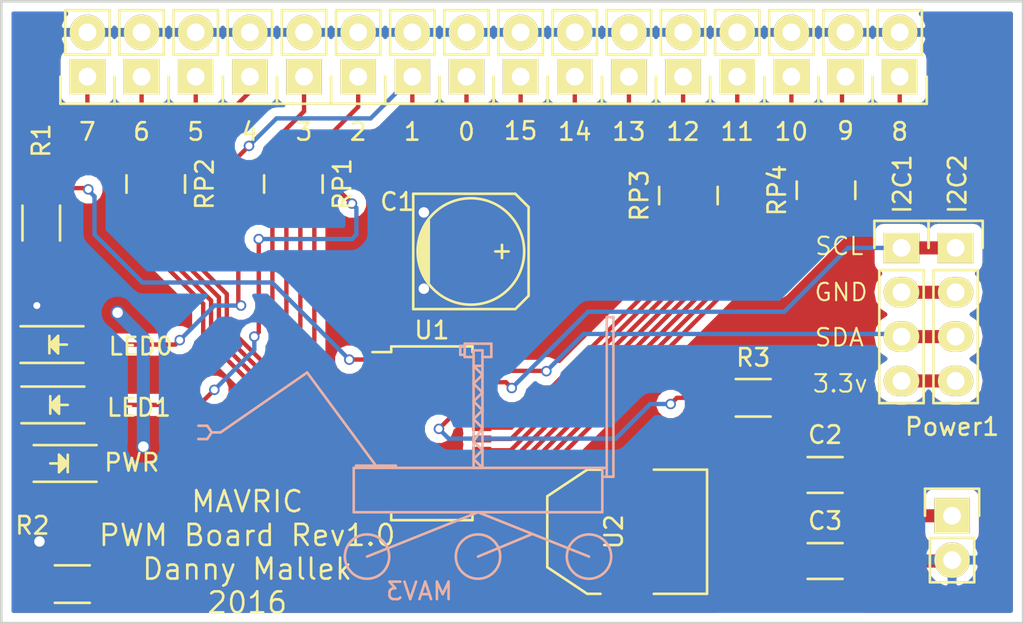
<source format=kicad_pcb>
(kicad_pcb (version 4) (host pcbnew 4.0.0-rc2-stable)

  (general
    (links 80)
    (no_connects 3)
    (area 102.540999 102.896599 161.161801 138.657401)
    (thickness 1.6)
    (drawings 9)
    (tracks 246)
    (zones 0)
    (modules 35)
    (nets 44)
  )

  (page A4)
  (layers
    (0 F.Cu signal)
    (31 B.Cu signal)
    (32 B.Adhes user)
    (33 F.Adhes user)
    (34 B.Paste user)
    (35 F.Paste user)
    (36 B.SilkS user)
    (37 F.SilkS user)
    (38 B.Mask user)
    (39 F.Mask user)
    (40 Dwgs.User user)
    (41 Cmts.User user)
    (42 Eco1.User user)
    (43 Eco2.User user)
    (44 Edge.Cuts user)
    (45 Margin user)
    (46 B.CrtYd user)
    (47 F.CrtYd user)
    (48 B.Fab user)
    (49 F.Fab user)
  )

  (setup
    (last_trace_width 0.75)
    (user_trace_width 0.1)
    (user_trace_width 0.15)
    (user_trace_width 0.2)
    (user_trace_width 0.3)
    (user_trace_width 0.4)
    (user_trace_width 0.5)
    (user_trace_width 0.75)
    (trace_clearance 0.2)
    (zone_clearance 0.508)
    (zone_45_only no)
    (trace_min 0.1)
    (segment_width 0.2)
    (edge_width 0.15)
    (via_size 0.6)
    (via_drill 0.4)
    (via_min_size 0.4)
    (via_min_drill 0.3)
    (user_via 0.8 0.6)
    (uvia_size 0.3)
    (uvia_drill 0.1)
    (uvias_allowed no)
    (uvia_min_size 0.2)
    (uvia_min_drill 0.1)
    (pcb_text_width 0.3)
    (pcb_text_size 1.5 1.5)
    (mod_edge_width 0.15)
    (mod_text_size 1 1)
    (mod_text_width 0.15)
    (pad_size 2.032 2.032)
    (pad_drill 1.016)
    (pad_to_mask_clearance 0.2)
    (aux_axis_origin 0 0)
    (visible_elements FFFFFF7F)
    (pcbplotparams
      (layerselection 0x00030_80000001)
      (usegerberextensions false)
      (excludeedgelayer true)
      (linewidth 0.100000)
      (plotframeref false)
      (viasonmask false)
      (mode 1)
      (useauxorigin false)
      (hpglpennumber 1)
      (hpglpenspeed 20)
      (hpglpendiameter 15)
      (hpglpenoverlay 2)
      (psnegative false)
      (psa4output false)
      (plotreference true)
      (plotvalue true)
      (plotinvisibletext false)
      (padsonsilk false)
      (subtractmaskfromsilk false)
      (outputformat 1)
      (mirror false)
      (drillshape 1)
      (scaleselection 1)
      (outputdirectory ""))
  )

  (net 0 "")
  (net 1 GND)
  (net 2 /PWM0)
  (net 3 /PWM1)
  (net 4 /SCL)
  (net 5 /SDA)
  (net 6 +3V3)
  (net 7 /AddrPull)
  (net 8 /PWM2)
  (net 9 /PWM3)
  (net 10 /PWM4)
  (net 11 /PWM6)
  (net 12 /PWM5)
  (net 13 /PWM7)
  (net 14 /PWM14)
  (net 15 /PWM15)
  (net 16 /PWM13)
  (net 17 /PWM12)
  (net 18 /PWM10)
  (net 19 /PWM11)
  (net 20 /PWM9)
  (net 21 /PWM8)
  (net 22 "Net-(D3-Pad1)")
  (net 23 "Net-(R3-Pad1)")
  (net 24 "Net-(RP1-Pad7)")
  (net 25 "Net-(RP1-Pad8)")
  (net 26 "Net-(RP1-Pad6)")
  (net 27 "Net-(RP1-Pad5)")
  (net 28 "Net-(RP2-Pad7)")
  (net 29 "Net-(RP2-Pad8)")
  (net 30 "Net-(RP2-Pad6)")
  (net 31 "Net-(RP2-Pad5)")
  (net 32 "Net-(RP3-Pad1)")
  (net 33 "Net-(RP3-Pad3)")
  (net 34 "Net-(RP3-Pad2)")
  (net 35 "Net-(RP3-Pad4)")
  (net 36 "Net-(RP4-Pad1)")
  (net 37 "Net-(RP4-Pad3)")
  (net 38 "Net-(RP4-Pad2)")
  (net 39 "Net-(RP4-Pad4)")
  (net 40 "Net-(U1-Pad25)")
  (net 41 +12V)
  (net 42 /GNDPass)
  (net 43 /3.3vPass)

  (net_class Default "This is the default net class."
    (clearance 0.2)
    (trace_width 0.25)
    (via_dia 0.6)
    (via_drill 0.4)
    (uvia_dia 0.3)
    (uvia_drill 0.1)
    (add_net +12V)
    (add_net +3V3)
    (add_net /3.3vPass)
    (add_net /AddrPull)
    (add_net /GNDPass)
    (add_net /PWM0)
    (add_net /PWM1)
    (add_net /PWM10)
    (add_net /PWM11)
    (add_net /PWM12)
    (add_net /PWM13)
    (add_net /PWM14)
    (add_net /PWM15)
    (add_net /PWM2)
    (add_net /PWM3)
    (add_net /PWM4)
    (add_net /PWM5)
    (add_net /PWM6)
    (add_net /PWM7)
    (add_net /PWM8)
    (add_net /PWM9)
    (add_net /SCL)
    (add_net /SDA)
    (add_net GND)
    (add_net "Net-(D3-Pad1)")
    (add_net "Net-(R3-Pad1)")
    (add_net "Net-(RP1-Pad5)")
    (add_net "Net-(RP1-Pad6)")
    (add_net "Net-(RP1-Pad7)")
    (add_net "Net-(RP1-Pad8)")
    (add_net "Net-(RP2-Pad5)")
    (add_net "Net-(RP2-Pad6)")
    (add_net "Net-(RP2-Pad7)")
    (add_net "Net-(RP2-Pad8)")
    (add_net "Net-(RP3-Pad1)")
    (add_net "Net-(RP3-Pad2)")
    (add_net "Net-(RP3-Pad3)")
    (add_net "Net-(RP3-Pad4)")
    (add_net "Net-(RP4-Pad1)")
    (add_net "Net-(RP4-Pad2)")
    (add_net "Net-(RP4-Pad3)")
    (add_net "Net-(RP4-Pad4)")
    (add_net "Net-(U1-Pad25)")
  )

  (module LEDs:LED_1206 (layer F.Cu) (tedit 57830CEC) (tstamp 57830D3F)
    (at 105.918 129.4384 180)
    (descr "LED 1206 smd package")
    (tags "LED1206 SMD")
    (path /5784B262)
    (attr smd)
    (fp_text reference PWR (at -4.1656 0.0508 180) (layer F.SilkS)
      (effects (font (size 1 1) (thickness 0.15)))
    )
    (fp_text value LED (at -0.254 0.1524 180) (layer F.Fab)
      (effects (font (size 1 1) (thickness 0.15)))
    )
    (fp_line (start -2.15 1.05) (end 1.45 1.05) (layer F.SilkS) (width 0.15))
    (fp_line (start -2.15 -1.05) (end 1.45 -1.05) (layer F.SilkS) (width 0.15))
    (fp_line (start -0.1 -0.3) (end -0.1 0.3) (layer F.SilkS) (width 0.15))
    (fp_line (start -0.1 0.3) (end -0.4 0) (layer F.SilkS) (width 0.15))
    (fp_line (start -0.4 0) (end -0.2 -0.2) (layer F.SilkS) (width 0.15))
    (fp_line (start -0.2 -0.2) (end -0.2 0.05) (layer F.SilkS) (width 0.15))
    (fp_line (start -0.2 0.05) (end -0.25 0) (layer F.SilkS) (width 0.15))
    (fp_line (start -0.5 -0.5) (end -0.5 0.5) (layer F.SilkS) (width 0.15))
    (fp_line (start 0 0) (end 0.5 0) (layer F.SilkS) (width 0.15))
    (fp_line (start -0.5 0) (end 0 -0.5) (layer F.SilkS) (width 0.15))
    (fp_line (start 0 -0.5) (end 0 0.5) (layer F.SilkS) (width 0.15))
    (fp_line (start 0 0.5) (end -0.5 0) (layer F.SilkS) (width 0.15))
    (fp_line (start 2.5 -1.25) (end -2.5 -1.25) (layer F.CrtYd) (width 0.05))
    (fp_line (start -2.5 -1.25) (end -2.5 1.25) (layer F.CrtYd) (width 0.05))
    (fp_line (start -2.5 1.25) (end 2.5 1.25) (layer F.CrtYd) (width 0.05))
    (fp_line (start 2.5 1.25) (end 2.5 -1.25) (layer F.CrtYd) (width 0.05))
    (pad 2 smd rect (at 1.41986 0) (size 1.59766 1.80086) (layers F.Cu F.Paste F.Mask)
      (net 6 +3V3))
    (pad 1 smd rect (at -1.41986 0) (size 1.59766 1.80086) (layers F.Cu F.Paste F.Mask)
      (net 22 "Net-(D3-Pad1)"))
    (model LEDs.3dshapes/LED_1206.wrl
      (at (xyz 0 0 0))
      (scale (xyz 1 1 1))
      (rotate (xyz 0 0 180))
    )
  )

  (module Capacitors_SMD:c_elec_6.3x5.8 (layer F.Cu) (tedit 5782EDC7) (tstamp 5782E7F2)
    (at 129.4892 117.2972)
    (descr "SMT capacitor, aluminium electrolytic, 6.3x5.8")
    (path /57849D6C)
    (attr smd)
    (fp_text reference C1 (at -4.2164 -2.8448) (layer F.SilkS)
      (effects (font (size 1 1) (thickness 0.15)))
    )
    (fp_text value 150u (at 0 4.445) (layer F.Fab)
      (effects (font (size 1 1) (thickness 0.15)))
    )
    (fp_line (start -4.85 -3.65) (end 4.85 -3.7) (layer F.CrtYd) (width 0.05))
    (fp_line (start 4.85 -3.7) (end 4.85 3.65) (layer F.CrtYd) (width 0.05))
    (fp_line (start 4.85 3.65) (end -4.85 3.65) (layer F.CrtYd) (width 0.05))
    (fp_line (start -4.85 3.65) (end -4.85 -3.65) (layer F.CrtYd) (width 0.05))
    (fp_line (start -2.921 -0.762) (end -2.921 0.762) (layer F.SilkS) (width 0.15))
    (fp_line (start -2.794 1.143) (end -2.794 -1.143) (layer F.SilkS) (width 0.15))
    (fp_line (start -2.667 -1.397) (end -2.667 1.397) (layer F.SilkS) (width 0.15))
    (fp_line (start -2.54 1.651) (end -2.54 -1.651) (layer F.SilkS) (width 0.15))
    (fp_line (start -2.413 -1.778) (end -2.413 1.778) (layer F.SilkS) (width 0.15))
    (fp_line (start -3.302 -3.302) (end -3.302 3.302) (layer F.SilkS) (width 0.15))
    (fp_line (start -3.302 3.302) (end 2.54 3.302) (layer F.SilkS) (width 0.15))
    (fp_line (start 2.54 3.302) (end 3.302 2.54) (layer F.SilkS) (width 0.15))
    (fp_line (start 3.302 2.54) (end 3.302 -2.54) (layer F.SilkS) (width 0.15))
    (fp_line (start 3.302 -2.54) (end 2.54 -3.302) (layer F.SilkS) (width 0.15))
    (fp_line (start 2.54 -3.302) (end -3.302 -3.302) (layer F.SilkS) (width 0.15))
    (fp_line (start 2.159 0) (end 1.397 0) (layer F.SilkS) (width 0.15))
    (fp_line (start 1.778 -0.381) (end 1.778 0.381) (layer F.SilkS) (width 0.15))
    (fp_circle (center 0 0) (end -3.048 0) (layer F.SilkS) (width 0.15))
    (pad 1 smd rect (at 2.75082 0) (size 3.59918 1.6002) (layers F.Cu F.Paste F.Mask)
      (net 6 +3V3))
    (pad 2 smd rect (at -2.75082 0) (size 3.59918 1.6002) (layers F.Cu F.Paste F.Mask)
      (net 1 GND))
    (model Capacitors_SMD.3dshapes/c_elec_6.3x5.8.wrl
      (at (xyz 0 0 0))
      (scale (xyz 1 1 1))
      (rotate (xyz 0 0 0))
    )
  )

  (module LEDs:LED_1206 (layer F.Cu) (tedit 57830CB5) (tstamp 5782E7FE)
    (at 105.918 126.0856)
    (descr "LED 1206 smd package")
    (tags "LED1206 SMD")
    (path /5784F3EA)
    (attr smd)
    (fp_text reference LED1 (at 4.572 0.1524) (layer F.SilkS)
      (effects (font (size 1 1) (thickness 0.15)))
    )
    (fp_text value LED (at -0.1016 0.508) (layer F.Fab)
      (effects (font (size 1 1) (thickness 0.15)))
    )
    (fp_line (start -2.15 1.05) (end 1.45 1.05) (layer F.SilkS) (width 0.15))
    (fp_line (start -2.15 -1.05) (end 1.45 -1.05) (layer F.SilkS) (width 0.15))
    (fp_line (start -0.1 -0.3) (end -0.1 0.3) (layer F.SilkS) (width 0.15))
    (fp_line (start -0.1 0.3) (end -0.4 0) (layer F.SilkS) (width 0.15))
    (fp_line (start -0.4 0) (end -0.2 -0.2) (layer F.SilkS) (width 0.15))
    (fp_line (start -0.2 -0.2) (end -0.2 0.05) (layer F.SilkS) (width 0.15))
    (fp_line (start -0.2 0.05) (end -0.25 0) (layer F.SilkS) (width 0.15))
    (fp_line (start -0.5 -0.5) (end -0.5 0.5) (layer F.SilkS) (width 0.15))
    (fp_line (start 0 0) (end 0.5 0) (layer F.SilkS) (width 0.15))
    (fp_line (start -0.5 0) (end 0 -0.5) (layer F.SilkS) (width 0.15))
    (fp_line (start 0 -0.5) (end 0 0.5) (layer F.SilkS) (width 0.15))
    (fp_line (start 0 0.5) (end -0.5 0) (layer F.SilkS) (width 0.15))
    (fp_line (start 2.5 -1.25) (end -2.5 -1.25) (layer F.CrtYd) (width 0.05))
    (fp_line (start -2.5 -1.25) (end -2.5 1.25) (layer F.CrtYd) (width 0.05))
    (fp_line (start -2.5 1.25) (end 2.5 1.25) (layer F.CrtYd) (width 0.05))
    (fp_line (start 2.5 1.25) (end 2.5 -1.25) (layer F.CrtYd) (width 0.05))
    (pad 2 smd rect (at 1.41986 0 180) (size 1.59766 1.80086) (layers F.Cu F.Paste F.Mask)
      (net 2 /PWM0))
    (pad 1 smd rect (at -1.41986 0 180) (size 1.59766 1.80086) (layers F.Cu F.Paste F.Mask)
      (net 1 GND))
    (model LEDs.3dshapes/LED_1206.wrl
      (at (xyz 0 0 0))
      (scale (xyz 1 1 1))
      (rotate (xyz 0 0 180))
    )
  )

  (module LEDs:LED_1206 (layer F.Cu) (tedit 57830CB3) (tstamp 5782E804)
    (at 105.8672 122.6312)
    (descr "LED 1206 smd package")
    (tags "LED1206 SMD")
    (path /5784F987)
    (attr smd)
    (fp_text reference LED0 (at 4.7244 0.1016) (layer F.SilkS)
      (effects (font (size 1 1) (thickness 0.15)))
    )
    (fp_text value LED (at -0.1524 0.254) (layer F.Fab)
      (effects (font (size 1 1) (thickness 0.15)))
    )
    (fp_line (start -2.15 1.05) (end 1.45 1.05) (layer F.SilkS) (width 0.15))
    (fp_line (start -2.15 -1.05) (end 1.45 -1.05) (layer F.SilkS) (width 0.15))
    (fp_line (start -0.1 -0.3) (end -0.1 0.3) (layer F.SilkS) (width 0.15))
    (fp_line (start -0.1 0.3) (end -0.4 0) (layer F.SilkS) (width 0.15))
    (fp_line (start -0.4 0) (end -0.2 -0.2) (layer F.SilkS) (width 0.15))
    (fp_line (start -0.2 -0.2) (end -0.2 0.05) (layer F.SilkS) (width 0.15))
    (fp_line (start -0.2 0.05) (end -0.25 0) (layer F.SilkS) (width 0.15))
    (fp_line (start -0.5 -0.5) (end -0.5 0.5) (layer F.SilkS) (width 0.15))
    (fp_line (start 0 0) (end 0.5 0) (layer F.SilkS) (width 0.15))
    (fp_line (start -0.5 0) (end 0 -0.5) (layer F.SilkS) (width 0.15))
    (fp_line (start 0 -0.5) (end 0 0.5) (layer F.SilkS) (width 0.15))
    (fp_line (start 0 0.5) (end -0.5 0) (layer F.SilkS) (width 0.15))
    (fp_line (start 2.5 -1.25) (end -2.5 -1.25) (layer F.CrtYd) (width 0.05))
    (fp_line (start -2.5 -1.25) (end -2.5 1.25) (layer F.CrtYd) (width 0.05))
    (fp_line (start -2.5 1.25) (end 2.5 1.25) (layer F.CrtYd) (width 0.05))
    (fp_line (start 2.5 1.25) (end 2.5 -1.25) (layer F.CrtYd) (width 0.05))
    (pad 2 smd rect (at 1.41986 0 180) (size 1.59766 1.80086) (layers F.Cu F.Paste F.Mask)
      (net 3 /PWM1))
    (pad 1 smd rect (at -1.41986 0 180) (size 1.59766 1.80086) (layers F.Cu F.Paste F.Mask)
      (net 1 GND))
    (model LEDs.3dshapes/LED_1206.wrl
      (at (xyz 0 0 0))
      (scale (xyz 1 1 1))
      (rotate (xyz 0 0 180))
    )
  )

  (module Pin_Headers:Pin_Header_Straight_1x04 (layer F.Cu) (tedit 5782E832) (tstamp 5782E80C)
    (at 154.1272 117.094)
    (descr "Through hole pin header")
    (tags "pin header")
    (path /57849185)
    (fp_text reference I2C1 (at 0.0508 -3.6576 90) (layer F.SilkS)
      (effects (font (size 1 1) (thickness 0.15)))
    )
    (fp_text value I2C (at 0 4.2164 90) (layer F.Fab)
      (effects (font (size 1 1) (thickness 0.15)))
    )
    (fp_line (start -1.75 -1.75) (end -1.75 9.4) (layer F.CrtYd) (width 0.05))
    (fp_line (start 1.75 -1.75) (end 1.75 9.4) (layer F.CrtYd) (width 0.05))
    (fp_line (start -1.75 -1.75) (end 1.75 -1.75) (layer F.CrtYd) (width 0.05))
    (fp_line (start -1.75 9.4) (end 1.75 9.4) (layer F.CrtYd) (width 0.05))
    (fp_line (start -1.27 1.27) (end -1.27 8.89) (layer F.SilkS) (width 0.15))
    (fp_line (start 1.27 1.27) (end 1.27 8.89) (layer F.SilkS) (width 0.15))
    (fp_line (start 1.55 -1.55) (end 1.55 0) (layer F.SilkS) (width 0.15))
    (fp_line (start -1.27 8.89) (end 1.27 8.89) (layer F.SilkS) (width 0.15))
    (fp_line (start 1.27 1.27) (end -1.27 1.27) (layer F.SilkS) (width 0.15))
    (fp_line (start -1.55 0) (end -1.55 -1.55) (layer F.SilkS) (width 0.15))
    (fp_line (start -1.55 -1.55) (end 1.55 -1.55) (layer F.SilkS) (width 0.15))
    (pad 1 thru_hole rect (at 0 0) (size 2.032 1.7272) (drill 1.016) (layers *.Cu *.Mask F.SilkS)
      (net 4 /SCL))
    (pad 2 thru_hole oval (at 0 2.54) (size 2.032 1.7272) (drill 1.016) (layers *.Cu *.Mask F.SilkS)
      (net 42 /GNDPass))
    (pad 3 thru_hole oval (at 0 5.08) (size 2.032 1.7272) (drill 1.016) (layers *.Cu *.Mask F.SilkS)
      (net 5 /SDA))
    (pad 4 thru_hole oval (at 0 7.62) (size 2.032 1.7272) (drill 1.016) (layers *.Cu *.Mask F.SilkS)
      (net 43 /3.3vPass))
    (model Pin_Headers.3dshapes/Pin_Header_Straight_1x04.wrl
      (at (xyz 0 -0.15 0))
      (scale (xyz 1 1 1))
      (rotate (xyz 0 0 90))
    )
  )

  (module Pin_Headers:Pin_Header_Straight_1x04 (layer F.Cu) (tedit 5782E830) (tstamp 5782E814)
    (at 157.226 117.094)
    (descr "Through hole pin header")
    (tags "pin header")
    (path /5784EA88)
    (fp_text reference I2C2 (at 0.1016 -3.6576 90) (layer F.SilkS)
      (effects (font (size 1 1) (thickness 0.15)))
    )
    (fp_text value I2C (at 0.4572 4.4704 90) (layer F.Fab)
      (effects (font (size 1 1) (thickness 0.15)))
    )
    (fp_line (start -1.75 -1.75) (end -1.75 9.4) (layer F.CrtYd) (width 0.05))
    (fp_line (start 1.75 -1.75) (end 1.75 9.4) (layer F.CrtYd) (width 0.05))
    (fp_line (start -1.75 -1.75) (end 1.75 -1.75) (layer F.CrtYd) (width 0.05))
    (fp_line (start -1.75 9.4) (end 1.75 9.4) (layer F.CrtYd) (width 0.05))
    (fp_line (start -1.27 1.27) (end -1.27 8.89) (layer F.SilkS) (width 0.15))
    (fp_line (start 1.27 1.27) (end 1.27 8.89) (layer F.SilkS) (width 0.15))
    (fp_line (start 1.55 -1.55) (end 1.55 0) (layer F.SilkS) (width 0.15))
    (fp_line (start -1.27 8.89) (end 1.27 8.89) (layer F.SilkS) (width 0.15))
    (fp_line (start 1.27 1.27) (end -1.27 1.27) (layer F.SilkS) (width 0.15))
    (fp_line (start -1.55 0) (end -1.55 -1.55) (layer F.SilkS) (width 0.15))
    (fp_line (start -1.55 -1.55) (end 1.55 -1.55) (layer F.SilkS) (width 0.15))
    (pad 1 thru_hole rect (at 0 0) (size 2.032 1.7272) (drill 1.016) (layers *.Cu *.Mask F.SilkS)
      (net 4 /SCL))
    (pad 2 thru_hole oval (at 0 2.54) (size 2.032 1.7272) (drill 1.016) (layers *.Cu *.Mask F.SilkS)
      (net 42 /GNDPass))
    (pad 3 thru_hole oval (at 0 5.08) (size 2.032 1.7272) (drill 1.016) (layers *.Cu *.Mask F.SilkS)
      (net 5 /SDA))
    (pad 4 thru_hole oval (at 0 7.62) (size 2.032 1.7272) (drill 1.016) (layers *.Cu *.Mask F.SilkS)
      (net 43 /3.3vPass))
    (model Pin_Headers.3dshapes/Pin_Header_Straight_1x04.wrl
      (at (xyz 0 -0.15 0))
      (scale (xyz 1 1 1))
      (rotate (xyz 0 0 90))
    )
  )

  (module Pin_Headers:Pin_Header_Straight_1x02 (layer F.Cu) (tedit 54EA090C) (tstamp 5782E81A)
    (at 157.0228 132.4356)
    (descr "Through hole pin header")
    (tags "pin header")
    (path /5784B813)
    (fp_text reference Power1 (at 0 -5.1) (layer F.SilkS)
      (effects (font (size 1 1) (thickness 0.15)))
    )
    (fp_text value Power (at 0 -3.1) (layer F.Fab)
      (effects (font (size 1 1) (thickness 0.15)))
    )
    (fp_line (start 1.27 1.27) (end 1.27 3.81) (layer F.SilkS) (width 0.15))
    (fp_line (start 1.55 -1.55) (end 1.55 0) (layer F.SilkS) (width 0.15))
    (fp_line (start -1.75 -1.75) (end -1.75 4.3) (layer F.CrtYd) (width 0.05))
    (fp_line (start 1.75 -1.75) (end 1.75 4.3) (layer F.CrtYd) (width 0.05))
    (fp_line (start -1.75 -1.75) (end 1.75 -1.75) (layer F.CrtYd) (width 0.05))
    (fp_line (start -1.75 4.3) (end 1.75 4.3) (layer F.CrtYd) (width 0.05))
    (fp_line (start 1.27 1.27) (end -1.27 1.27) (layer F.SilkS) (width 0.15))
    (fp_line (start -1.55 0) (end -1.55 -1.55) (layer F.SilkS) (width 0.15))
    (fp_line (start -1.55 -1.55) (end 1.55 -1.55) (layer F.SilkS) (width 0.15))
    (fp_line (start -1.27 1.27) (end -1.27 3.81) (layer F.SilkS) (width 0.15))
    (fp_line (start -1.27 3.81) (end 1.27 3.81) (layer F.SilkS) (width 0.15))
    (pad 1 thru_hole rect (at 0 0) (size 2.032 2.032) (drill 1.016) (layers *.Cu *.Mask F.SilkS)
      (net 41 +12V))
    (pad 2 thru_hole oval (at 0 2.54) (size 2.032 2.032) (drill 1.016) (layers *.Cu *.Mask F.SilkS)
      (net 1 GND))
    (model Pin_Headers.3dshapes/Pin_Header_Straight_1x02.wrl
      (at (xyz 0 -0.05 0))
      (scale (xyz 1 1 1))
      (rotate (xyz 0 0 90))
    )
  )

  (module Housings_SSOP:TSSOP-28_4.4x9.7mm_Pitch0.65mm (layer F.Cu) (tedit 5782EDBF) (tstamp 5782E83A)
    (at 127.254 127.7112)
    (descr "TSSOP28: plastic thin shrink small outline package; 28 leads; body width 4.4 mm; (see NXP SSOP-TSSOP-VSO-REFLOW.pdf and sot361-1_po.pdf)")
    (tags "SSOP 0.65")
    (path /5784944B)
    (attr smd)
    (fp_text reference U1 (at 0 -5.9) (layer F.SilkS)
      (effects (font (size 1 1) (thickness 0.15)))
    )
    (fp_text value PCA9685 (at 0 5.9) (layer F.Fab)
      (effects (font (size 1 1) (thickness 0.15)))
    )
    (fp_line (start -3.65 -5.15) (end -3.65 5.15) (layer F.CrtYd) (width 0.05))
    (fp_line (start 3.65 -5.15) (end 3.65 5.15) (layer F.CrtYd) (width 0.05))
    (fp_line (start -3.65 -5.15) (end 3.65 -5.15) (layer F.CrtYd) (width 0.05))
    (fp_line (start -3.65 5.15) (end 3.65 5.15) (layer F.CrtYd) (width 0.05))
    (fp_line (start -2.325 -4.975) (end -2.325 -4.65) (layer F.SilkS) (width 0.15))
    (fp_line (start 2.325 -4.975) (end 2.325 -4.65) (layer F.SilkS) (width 0.15))
    (fp_line (start 2.325 4.975) (end 2.325 4.65) (layer F.SilkS) (width 0.15))
    (fp_line (start -2.325 4.975) (end -2.325 4.65) (layer F.SilkS) (width 0.15))
    (fp_line (start -2.325 -4.975) (end 2.325 -4.975) (layer F.SilkS) (width 0.15))
    (fp_line (start -2.325 4.975) (end 2.325 4.975) (layer F.SilkS) (width 0.15))
    (fp_line (start -2.325 -4.65) (end -3.4 -4.65) (layer F.SilkS) (width 0.15))
    (pad 1 smd rect (at -2.85 -4.225) (size 1.1 0.4) (layers F.Cu F.Paste F.Mask)
      (net 7 /AddrPull))
    (pad 2 smd rect (at -2.85 -3.575) (size 1.1 0.4) (layers F.Cu F.Paste F.Mask)
      (net 7 /AddrPull))
    (pad 3 smd rect (at -2.85 -2.925) (size 1.1 0.4) (layers F.Cu F.Paste F.Mask)
      (net 7 /AddrPull))
    (pad 4 smd rect (at -2.85 -2.275) (size 1.1 0.4) (layers F.Cu F.Paste F.Mask)
      (net 7 /AddrPull))
    (pad 5 smd rect (at -2.85 -1.625) (size 1.1 0.4) (layers F.Cu F.Paste F.Mask)
      (net 7 /AddrPull))
    (pad 6 smd rect (at -2.85 -0.975) (size 1.1 0.4) (layers F.Cu F.Paste F.Mask)
      (net 25 "Net-(RP1-Pad8)"))
    (pad 7 smd rect (at -2.85 -0.325) (size 1.1 0.4) (layers F.Cu F.Paste F.Mask)
      (net 24 "Net-(RP1-Pad7)"))
    (pad 8 smd rect (at -2.85 0.325) (size 1.1 0.4) (layers F.Cu F.Paste F.Mask)
      (net 26 "Net-(RP1-Pad6)"))
    (pad 9 smd rect (at -2.85 0.975) (size 1.1 0.4) (layers F.Cu F.Paste F.Mask)
      (net 27 "Net-(RP1-Pad5)"))
    (pad 10 smd rect (at -2.85 1.625) (size 1.1 0.4) (layers F.Cu F.Paste F.Mask)
      (net 29 "Net-(RP2-Pad8)"))
    (pad 11 smd rect (at -2.85 2.275) (size 1.1 0.4) (layers F.Cu F.Paste F.Mask)
      (net 28 "Net-(RP2-Pad7)"))
    (pad 12 smd rect (at -2.85 2.925) (size 1.1 0.4) (layers F.Cu F.Paste F.Mask)
      (net 30 "Net-(RP2-Pad6)"))
    (pad 13 smd rect (at -2.85 3.575) (size 1.1 0.4) (layers F.Cu F.Paste F.Mask)
      (net 31 "Net-(RP2-Pad5)"))
    (pad 14 smd rect (at -2.85 4.225) (size 1.1 0.4) (layers F.Cu F.Paste F.Mask)
      (net 1 GND))
    (pad 15 smd rect (at 2.85 4.225) (size 1.1 0.4) (layers F.Cu F.Paste F.Mask)
      (net 39 "Net-(RP4-Pad4)"))
    (pad 16 smd rect (at 2.85 3.575) (size 1.1 0.4) (layers F.Cu F.Paste F.Mask)
      (net 37 "Net-(RP4-Pad3)"))
    (pad 17 smd rect (at 2.85 2.925) (size 1.1 0.4) (layers F.Cu F.Paste F.Mask)
      (net 38 "Net-(RP4-Pad2)"))
    (pad 18 smd rect (at 2.85 2.275) (size 1.1 0.4) (layers F.Cu F.Paste F.Mask)
      (net 36 "Net-(RP4-Pad1)"))
    (pad 19 smd rect (at 2.85 1.625) (size 1.1 0.4) (layers F.Cu F.Paste F.Mask)
      (net 35 "Net-(RP3-Pad4)"))
    (pad 20 smd rect (at 2.85 0.975) (size 1.1 0.4) (layers F.Cu F.Paste F.Mask)
      (net 33 "Net-(RP3-Pad3)"))
    (pad 21 smd rect (at 2.85 0.325) (size 1.1 0.4) (layers F.Cu F.Paste F.Mask)
      (net 34 "Net-(RP3-Pad2)"))
    (pad 22 smd rect (at 2.85 -0.325) (size 1.1 0.4) (layers F.Cu F.Paste F.Mask)
      (net 32 "Net-(RP3-Pad1)"))
    (pad 23 smd rect (at 2.85 -0.975) (size 1.1 0.4) (layers F.Cu F.Paste F.Mask)
      (net 23 "Net-(R3-Pad1)"))
    (pad 24 smd rect (at 2.85 -1.625) (size 1.1 0.4) (layers F.Cu F.Paste F.Mask)
      (net 7 /AddrPull))
    (pad 25 smd rect (at 2.85 -2.275) (size 1.1 0.4) (layers F.Cu F.Paste F.Mask)
      (net 40 "Net-(U1-Pad25)"))
    (pad 26 smd rect (at 2.85 -2.925) (size 1.1 0.4) (layers F.Cu F.Paste F.Mask)
      (net 4 /SCL))
    (pad 27 smd rect (at 2.85 -3.575) (size 1.1 0.4) (layers F.Cu F.Paste F.Mask)
      (net 5 /SDA))
    (pad 28 smd rect (at 2.85 -4.225) (size 1.1 0.4) (layers F.Cu F.Paste F.Mask)
      (net 6 +3V3))
    (model Housings_SSOP.3dshapes/TSSOP-28_4.4x9.7mm_Pitch0.65mm.wrl
      (at (xyz 0 0 0))
      (scale (xyz 1 1 1))
      (rotate (xyz 0 0 0))
    )
  )

  (module Resistors_SMD:R_1206_HandSoldering (layer F.Cu) (tedit 57831459) (tstamp 5782E840)
    (at 104.902 115.6716 90)
    (descr "Resistor SMD 1206, hand soldering")
    (tags "resistor 1206")
    (path /578495D1)
    (attr smd)
    (fp_text reference R1 (at 4.7244 0 90) (layer F.SilkS)
      (effects (font (size 1 1) (thickness 0.15)))
    )
    (fp_text value 10k (at 0 2.3 90) (layer F.Fab)
      (effects (font (size 1 1) (thickness 0.15)))
    )
    (fp_line (start -3.3 -1.2) (end 3.3 -1.2) (layer F.CrtYd) (width 0.05))
    (fp_line (start -3.3 1.2) (end 3.3 1.2) (layer F.CrtYd) (width 0.05))
    (fp_line (start -3.3 -1.2) (end -3.3 1.2) (layer F.CrtYd) (width 0.05))
    (fp_line (start 3.3 -1.2) (end 3.3 1.2) (layer F.CrtYd) (width 0.05))
    (fp_line (start 1 1.075) (end -1 1.075) (layer F.SilkS) (width 0.15))
    (fp_line (start -1 -1.075) (end 1 -1.075) (layer F.SilkS) (width 0.15))
    (pad 1 smd rect (at -2 0 90) (size 2 1.7) (layers F.Cu F.Paste F.Mask)
      (net 6 +3V3))
    (pad 2 smd rect (at 2 0 90) (size 2 1.7) (layers F.Cu F.Paste F.Mask)
      (net 7 /AddrPull))
    (model Resistors_SMD.3dshapes/R_1206_HandSoldering.wrl
      (at (xyz 0 0 0))
      (scale (xyz 1 1 1))
      (rotate (xyz 0 0 0))
    )
  )

  (module Resistors_SMD:R_1206_HandSoldering (layer F.Cu) (tedit 578313B7) (tstamp 5782E846)
    (at 106.68 136.3472 180)
    (descr "Resistor SMD 1206, hand soldering")
    (tags "resistor 1206")
    (path /5784B2BB)
    (attr smd)
    (fp_text reference R2 (at 2.286 3.3528 180) (layer F.SilkS)
      (effects (font (size 1 1) (thickness 0.15)))
    )
    (fp_text value 220 (at -0.0508 0.1524 180) (layer F.Fab)
      (effects (font (size 1 1) (thickness 0.15)))
    )
    (fp_line (start -3.3 -1.2) (end 3.3 -1.2) (layer F.CrtYd) (width 0.05))
    (fp_line (start -3.3 1.2) (end 3.3 1.2) (layer F.CrtYd) (width 0.05))
    (fp_line (start -3.3 -1.2) (end -3.3 1.2) (layer F.CrtYd) (width 0.05))
    (fp_line (start 3.3 -1.2) (end 3.3 1.2) (layer F.CrtYd) (width 0.05))
    (fp_line (start 1 1.075) (end -1 1.075) (layer F.SilkS) (width 0.15))
    (fp_line (start -1 -1.075) (end 1 -1.075) (layer F.SilkS) (width 0.15))
    (pad 1 smd rect (at -2 0 180) (size 2 1.7) (layers F.Cu F.Paste F.Mask)
      (net 22 "Net-(D3-Pad1)"))
    (pad 2 smd rect (at 2 0 180) (size 2 1.7) (layers F.Cu F.Paste F.Mask)
      (net 1 GND))
    (model Resistors_SMD.3dshapes/R_1206_HandSoldering.wrl
      (at (xyz 0 0 0))
      (scale (xyz 1 1 1))
      (rotate (xyz 0 0 0))
    )
  )

  (module Resistors_SMD:R_1206_HandSoldering (layer F.Cu) (tedit 5418A20D) (tstamp 5782E84C)
    (at 145.6436 125.6792)
    (descr "Resistor SMD 1206, hand soldering")
    (tags "resistor 1206")
    (path /5784A1FA)
    (attr smd)
    (fp_text reference R3 (at 0 -2.3) (layer F.SilkS)
      (effects (font (size 1 1) (thickness 0.15)))
    )
    (fp_text value 10k (at 0 2.3) (layer F.Fab)
      (effects (font (size 1 1) (thickness 0.15)))
    )
    (fp_line (start -3.3 -1.2) (end 3.3 -1.2) (layer F.CrtYd) (width 0.05))
    (fp_line (start -3.3 1.2) (end 3.3 1.2) (layer F.CrtYd) (width 0.05))
    (fp_line (start -3.3 -1.2) (end -3.3 1.2) (layer F.CrtYd) (width 0.05))
    (fp_line (start 3.3 -1.2) (end 3.3 1.2) (layer F.CrtYd) (width 0.05))
    (fp_line (start 1 1.075) (end -1 1.075) (layer F.SilkS) (width 0.15))
    (fp_line (start -1 -1.075) (end 1 -1.075) (layer F.SilkS) (width 0.15))
    (pad 1 smd rect (at -2 0) (size 2 1.7) (layers F.Cu F.Paste F.Mask)
      (net 23 "Net-(R3-Pad1)"))
    (pad 2 smd rect (at 2 0) (size 2 1.7) (layers F.Cu F.Paste F.Mask)
      (net 1 GND))
    (model Resistors_SMD.3dshapes/R_1206_HandSoldering.wrl
      (at (xyz 0 0 0))
      (scale (xyz 1 1 1))
      (rotate (xyz 0 0 0))
    )
  )

  (module Resistors_SMD:R_Array_Convex_4x0603 (layer F.Cu) (tedit 5782F01E) (tstamp 5782E858)
    (at 119.3292 113.4364 270)
    (descr "Chip Resistor Network, ROHM MNR14 (see mnr_g.pdf)")
    (tags "resistor array")
    (path /578498D1)
    (attr smd)
    (fp_text reference RP1 (at 0 -2.8 270) (layer F.SilkS)
      (effects (font (size 1 1) (thickness 0.15)))
    )
    (fp_text value R_PACK4 (at 4.7244 -0.0508 270) (layer F.Fab)
      (effects (font (size 1 1) (thickness 0.15)))
    )
    (fp_line (start -1.55 -1.8) (end 1.55 -1.8) (layer F.CrtYd) (width 0.05))
    (fp_line (start -1.55 1.8) (end 1.55 1.8) (layer F.CrtYd) (width 0.05))
    (fp_line (start -1.55 -1.8) (end -1.55 1.8) (layer F.CrtYd) (width 0.05))
    (fp_line (start 1.55 -1.8) (end 1.55 1.8) (layer F.CrtYd) (width 0.05))
    (fp_line (start 0.5 1.675) (end -0.5 1.675) (layer F.SilkS) (width 0.15))
    (fp_line (start 0.5 -1.675) (end -0.5 -1.675) (layer F.SilkS) (width 0.15))
    (pad 1 smd rect (at -0.9 -1.2 270) (size 0.8 0.5) (layers F.Cu F.Paste F.Mask)
      (net 2 /PWM0))
    (pad 3 smd rect (at -0.9 0.4 270) (size 0.8 0.4) (layers F.Cu F.Paste F.Mask)
      (net 8 /PWM2))
    (pad 2 smd rect (at -0.9 -0.4 270) (size 0.8 0.4) (layers F.Cu F.Paste F.Mask)
      (net 3 /PWM1))
    (pad 4 smd rect (at -0.9 1.2 270) (size 0.8 0.5) (layers F.Cu F.Paste F.Mask)
      (net 9 /PWM3))
    (pad 7 smd rect (at 0.9 -0.4 270) (size 0.8 0.4) (layers F.Cu F.Paste F.Mask)
      (net 24 "Net-(RP1-Pad7)"))
    (pad 8 smd rect (at 0.9 -1.2 270) (size 0.8 0.5) (layers F.Cu F.Paste F.Mask)
      (net 25 "Net-(RP1-Pad8)"))
    (pad 6 smd rect (at 0.9 0.4 270) (size 0.8 0.4) (layers F.Cu F.Paste F.Mask)
      (net 26 "Net-(RP1-Pad6)"))
    (pad 5 smd rect (at 0.9 1.2 270) (size 0.8 0.5) (layers F.Cu F.Paste F.Mask)
      (net 27 "Net-(RP1-Pad5)"))
    (model Resistors_SMD.3dshapes/R_Array_Convex_4x0603.wrl
      (at (xyz 0 0 0))
      (scale (xyz 1 1 1))
      (rotate (xyz 0 0 0))
    )
  )

  (module Resistors_SMD:R_Array_Convex_4x0603 (layer F.Cu) (tedit 5782F01F) (tstamp 5782E864)
    (at 111.4552 113.4364 270)
    (descr "Chip Resistor Network, ROHM MNR14 (see mnr_g.pdf)")
    (tags "resistor array")
    (path /57849862)
    (attr smd)
    (fp_text reference RP2 (at 0 -2.8 270) (layer F.SilkS)
      (effects (font (size 1 1) (thickness 0.15)))
    )
    (fp_text value R_PACK4 (at 3.9624 -1.27 270) (layer F.Fab)
      (effects (font (size 1 1) (thickness 0.15)))
    )
    (fp_line (start -1.55 -1.8) (end 1.55 -1.8) (layer F.CrtYd) (width 0.05))
    (fp_line (start -1.55 1.8) (end 1.55 1.8) (layer F.CrtYd) (width 0.05))
    (fp_line (start -1.55 -1.8) (end -1.55 1.8) (layer F.CrtYd) (width 0.05))
    (fp_line (start 1.55 -1.8) (end 1.55 1.8) (layer F.CrtYd) (width 0.05))
    (fp_line (start 0.5 1.675) (end -0.5 1.675) (layer F.SilkS) (width 0.15))
    (fp_line (start 0.5 -1.675) (end -0.5 -1.675) (layer F.SilkS) (width 0.15))
    (pad 1 smd rect (at -0.9 -1.2 270) (size 0.8 0.5) (layers F.Cu F.Paste F.Mask)
      (net 10 /PWM4))
    (pad 3 smd rect (at -0.9 0.4 270) (size 0.8 0.4) (layers F.Cu F.Paste F.Mask)
      (net 11 /PWM6))
    (pad 2 smd rect (at -0.9 -0.4 270) (size 0.8 0.4) (layers F.Cu F.Paste F.Mask)
      (net 12 /PWM5))
    (pad 4 smd rect (at -0.9 1.2 270) (size 0.8 0.5) (layers F.Cu F.Paste F.Mask)
      (net 13 /PWM7))
    (pad 7 smd rect (at 0.9 -0.4 270) (size 0.8 0.4) (layers F.Cu F.Paste F.Mask)
      (net 28 "Net-(RP2-Pad7)"))
    (pad 8 smd rect (at 0.9 -1.2 270) (size 0.8 0.5) (layers F.Cu F.Paste F.Mask)
      (net 29 "Net-(RP2-Pad8)"))
    (pad 6 smd rect (at 0.9 0.4 270) (size 0.8 0.4) (layers F.Cu F.Paste F.Mask)
      (net 30 "Net-(RP2-Pad6)"))
    (pad 5 smd rect (at 0.9 1.2 270) (size 0.8 0.5) (layers F.Cu F.Paste F.Mask)
      (net 31 "Net-(RP2-Pad5)"))
    (model Resistors_SMD.3dshapes/R_Array_Convex_4x0603.wrl
      (at (xyz 0 0 0))
      (scale (xyz 1 1 1))
      (rotate (xyz 0 0 0))
    )
  )

  (module Resistors_SMD:R_Array_Convex_4x0603 (layer F.Cu) (tedit 5782F037) (tstamp 5782E870)
    (at 141.9352 114.0968 90)
    (descr "Chip Resistor Network, ROHM MNR14 (see mnr_g.pdf)")
    (tags "resistor array")
    (path /5784A636)
    (attr smd)
    (fp_text reference RP3 (at 0 -2.8 90) (layer F.SilkS)
      (effects (font (size 1 1) (thickness 0.15)))
    )
    (fp_text value R_PACK4 (at -7.1628 0.0508 90) (layer F.Fab)
      (effects (font (size 1 1) (thickness 0.15)))
    )
    (fp_line (start -1.55 -1.8) (end 1.55 -1.8) (layer F.CrtYd) (width 0.05))
    (fp_line (start -1.55 1.8) (end 1.55 1.8) (layer F.CrtYd) (width 0.05))
    (fp_line (start -1.55 -1.8) (end -1.55 1.8) (layer F.CrtYd) (width 0.05))
    (fp_line (start 1.55 -1.8) (end 1.55 1.8) (layer F.CrtYd) (width 0.05))
    (fp_line (start 0.5 1.675) (end -0.5 1.675) (layer F.SilkS) (width 0.15))
    (fp_line (start 0.5 -1.675) (end -0.5 -1.675) (layer F.SilkS) (width 0.15))
    (pad 1 smd rect (at -0.9 -1.2 90) (size 0.8 0.5) (layers F.Cu F.Paste F.Mask)
      (net 32 "Net-(RP3-Pad1)"))
    (pad 3 smd rect (at -0.9 0.4 90) (size 0.8 0.4) (layers F.Cu F.Paste F.Mask)
      (net 33 "Net-(RP3-Pad3)"))
    (pad 2 smd rect (at -0.9 -0.4 90) (size 0.8 0.4) (layers F.Cu F.Paste F.Mask)
      (net 34 "Net-(RP3-Pad2)"))
    (pad 4 smd rect (at -0.9 1.2 90) (size 0.8 0.5) (layers F.Cu F.Paste F.Mask)
      (net 35 "Net-(RP3-Pad4)"))
    (pad 7 smd rect (at 0.9 -0.4 90) (size 0.8 0.4) (layers F.Cu F.Paste F.Mask)
      (net 14 /PWM14))
    (pad 8 smd rect (at 0.9 -1.2 90) (size 0.8 0.5) (layers F.Cu F.Paste F.Mask)
      (net 15 /PWM15))
    (pad 6 smd rect (at 0.9 0.4 90) (size 0.8 0.4) (layers F.Cu F.Paste F.Mask)
      (net 16 /PWM13))
    (pad 5 smd rect (at 0.9 1.2 90) (size 0.8 0.5) (layers F.Cu F.Paste F.Mask)
      (net 17 /PWM12))
    (model Resistors_SMD.3dshapes/R_Array_Convex_4x0603.wrl
      (at (xyz 0 0 0))
      (scale (xyz 1 1 1))
      (rotate (xyz 0 0 0))
    )
  )

  (module Resistors_SMD:R_Array_Convex_4x0603 (layer F.Cu) (tedit 5782F038) (tstamp 5782E87C)
    (at 149.8092 113.792 90)
    (descr "Chip Resistor Network, ROHM MNR14 (see mnr_g.pdf)")
    (tags "resistor array")
    (path /5784A781)
    (attr smd)
    (fp_text reference RP4 (at 0 -2.8 90) (layer F.SilkS)
      (effects (font (size 1 1) (thickness 0.15)))
    )
    (fp_text value R_PACK4 (at -6.35 2.794 90) (layer F.Fab)
      (effects (font (size 1 1) (thickness 0.15)))
    )
    (fp_line (start -1.55 -1.8) (end 1.55 -1.8) (layer F.CrtYd) (width 0.05))
    (fp_line (start -1.55 1.8) (end 1.55 1.8) (layer F.CrtYd) (width 0.05))
    (fp_line (start -1.55 -1.8) (end -1.55 1.8) (layer F.CrtYd) (width 0.05))
    (fp_line (start 1.55 -1.8) (end 1.55 1.8) (layer F.CrtYd) (width 0.05))
    (fp_line (start 0.5 1.675) (end -0.5 1.675) (layer F.SilkS) (width 0.15))
    (fp_line (start 0.5 -1.675) (end -0.5 -1.675) (layer F.SilkS) (width 0.15))
    (pad 1 smd rect (at -0.9 -1.2 90) (size 0.8 0.5) (layers F.Cu F.Paste F.Mask)
      (net 36 "Net-(RP4-Pad1)"))
    (pad 3 smd rect (at -0.9 0.4 90) (size 0.8 0.4) (layers F.Cu F.Paste F.Mask)
      (net 37 "Net-(RP4-Pad3)"))
    (pad 2 smd rect (at -0.9 -0.4 90) (size 0.8 0.4) (layers F.Cu F.Paste F.Mask)
      (net 38 "Net-(RP4-Pad2)"))
    (pad 4 smd rect (at -0.9 1.2 90) (size 0.8 0.5) (layers F.Cu F.Paste F.Mask)
      (net 39 "Net-(RP4-Pad4)"))
    (pad 7 smd rect (at 0.9 -0.4 90) (size 0.8 0.4) (layers F.Cu F.Paste F.Mask)
      (net 18 /PWM10))
    (pad 8 smd rect (at 0.9 -1.2 90) (size 0.8 0.5) (layers F.Cu F.Paste F.Mask)
      (net 19 /PWM11))
    (pad 6 smd rect (at 0.9 0.4 90) (size 0.8 0.4) (layers F.Cu F.Paste F.Mask)
      (net 20 /PWM9))
    (pad 5 smd rect (at 0.9 1.2 90) (size 0.8 0.5) (layers F.Cu F.Paste F.Mask)
      (net 21 /PWM8))
    (model Resistors_SMD.3dshapes/R_Array_Convex_4x0603.wrl
      (at (xyz 0 0 0))
      (scale (xyz 1 1 1))
      (rotate (xyz 0 0 0))
    )
  )

  (module Pin_Headers:Pin_Header_Straight_1x02 (layer F.Cu) (tedit 5782F0E0) (tstamp 5782EE03)
    (at 129.2352 107.2896 180)
    (descr "Through hole pin header")
    (tags "pin header")
    (path /57852482)
    (fp_text reference 0 (at 0 -3.1496 180) (layer F.SilkS)
      (effects (font (size 1 1) (thickness 0.15)))
    )
    (fp_text value PWM0 (at 0.1016 0.8128 180) (layer F.Fab)
      (effects (font (size 1 1) (thickness 0.15)))
    )
    (fp_line (start 1.27 1.27) (end 1.27 3.81) (layer F.SilkS) (width 0.15))
    (fp_line (start 1.55 -1.55) (end 1.55 0) (layer F.SilkS) (width 0.15))
    (fp_line (start -1.75 -1.75) (end -1.75 4.3) (layer F.CrtYd) (width 0.05))
    (fp_line (start 1.75 -1.75) (end 1.75 4.3) (layer F.CrtYd) (width 0.05))
    (fp_line (start -1.75 -1.75) (end 1.75 -1.75) (layer F.CrtYd) (width 0.05))
    (fp_line (start -1.75 4.3) (end 1.75 4.3) (layer F.CrtYd) (width 0.05))
    (fp_line (start 1.27 1.27) (end -1.27 1.27) (layer F.SilkS) (width 0.15))
    (fp_line (start -1.55 0) (end -1.55 -1.55) (layer F.SilkS) (width 0.15))
    (fp_line (start -1.55 -1.55) (end 1.55 -1.55) (layer F.SilkS) (width 0.15))
    (fp_line (start -1.27 1.27) (end -1.27 3.81) (layer F.SilkS) (width 0.15))
    (fp_line (start -1.27 3.81) (end 1.27 3.81) (layer F.SilkS) (width 0.15))
    (pad 1 thru_hole rect (at 0 0 180) (size 2.032 2.032) (drill 1.016) (layers *.Cu *.Mask F.SilkS)
      (net 2 /PWM0))
    (pad 2 thru_hole oval (at 0 2.54 180) (size 2.032 2.032) (drill 1.016) (layers *.Cu *.Mask F.SilkS)
      (net 1 GND))
    (model Pin_Headers.3dshapes/Pin_Header_Straight_1x02.wrl
      (at (xyz 0 -0.05 0))
      (scale (xyz 1 1 1))
      (rotate (xyz 0 0 90))
    )
  )

  (module Pin_Headers:Pin_Header_Straight_1x02 (layer F.Cu) (tedit 5782F0E7) (tstamp 5782EE09)
    (at 123.0376 107.2896 180)
    (descr "Through hole pin header")
    (tags "pin header")
    (path /57852DA4)
    (fp_text reference 2 (at 0 -3.1496 180) (layer F.SilkS)
      (effects (font (size 1 1) (thickness 0.15)))
    )
    (fp_text value PWM2 (at 0.2032 1.016 180) (layer F.Fab)
      (effects (font (size 1 1) (thickness 0.15)))
    )
    (fp_line (start 1.27 1.27) (end 1.27 3.81) (layer F.SilkS) (width 0.15))
    (fp_line (start 1.55 -1.55) (end 1.55 0) (layer F.SilkS) (width 0.15))
    (fp_line (start -1.75 -1.75) (end -1.75 4.3) (layer F.CrtYd) (width 0.05))
    (fp_line (start 1.75 -1.75) (end 1.75 4.3) (layer F.CrtYd) (width 0.05))
    (fp_line (start -1.75 -1.75) (end 1.75 -1.75) (layer F.CrtYd) (width 0.05))
    (fp_line (start -1.75 4.3) (end 1.75 4.3) (layer F.CrtYd) (width 0.05))
    (fp_line (start 1.27 1.27) (end -1.27 1.27) (layer F.SilkS) (width 0.15))
    (fp_line (start -1.55 0) (end -1.55 -1.55) (layer F.SilkS) (width 0.15))
    (fp_line (start -1.55 -1.55) (end 1.55 -1.55) (layer F.SilkS) (width 0.15))
    (fp_line (start -1.27 1.27) (end -1.27 3.81) (layer F.SilkS) (width 0.15))
    (fp_line (start -1.27 3.81) (end 1.27 3.81) (layer F.SilkS) (width 0.15))
    (pad 1 thru_hole rect (at 0 0 180) (size 2.032 2.032) (drill 1.016) (layers *.Cu *.Mask F.SilkS)
      (net 8 /PWM2))
    (pad 2 thru_hole oval (at 0 2.54 180) (size 2.032 2.032) (drill 1.016) (layers *.Cu *.Mask F.SilkS)
      (net 1 GND))
    (model Pin_Headers.3dshapes/Pin_Header_Straight_1x02.wrl
      (at (xyz 0 -0.05 0))
      (scale (xyz 1 1 1))
      (rotate (xyz 0 0 90))
    )
  )

  (module Pin_Headers:Pin_Header_Straight_1x02 (layer F.Cu) (tedit 5782F0EC) (tstamp 5782EE0F)
    (at 119.9388 107.2896 180)
    (descr "Through hole pin header")
    (tags "pin header")
    (path /57852DB1)
    (fp_text reference 3 (at 0 -3.1496 180) (layer F.SilkS)
      (effects (font (size 1 1) (thickness 0.15)))
    )
    (fp_text value PWM3 (at 0.4572 0.9144 180) (layer F.Fab)
      (effects (font (size 1 1) (thickness 0.15)))
    )
    (fp_line (start 1.27 1.27) (end 1.27 3.81) (layer F.SilkS) (width 0.15))
    (fp_line (start 1.55 -1.55) (end 1.55 0) (layer F.SilkS) (width 0.15))
    (fp_line (start -1.75 -1.75) (end -1.75 4.3) (layer F.CrtYd) (width 0.05))
    (fp_line (start 1.75 -1.75) (end 1.75 4.3) (layer F.CrtYd) (width 0.05))
    (fp_line (start -1.75 -1.75) (end 1.75 -1.75) (layer F.CrtYd) (width 0.05))
    (fp_line (start -1.75 4.3) (end 1.75 4.3) (layer F.CrtYd) (width 0.05))
    (fp_line (start 1.27 1.27) (end -1.27 1.27) (layer F.SilkS) (width 0.15))
    (fp_line (start -1.55 0) (end -1.55 -1.55) (layer F.SilkS) (width 0.15))
    (fp_line (start -1.55 -1.55) (end 1.55 -1.55) (layer F.SilkS) (width 0.15))
    (fp_line (start -1.27 1.27) (end -1.27 3.81) (layer F.SilkS) (width 0.15))
    (fp_line (start -1.27 3.81) (end 1.27 3.81) (layer F.SilkS) (width 0.15))
    (pad 1 thru_hole rect (at 0 0 180) (size 2.032 2.032) (drill 1.016) (layers *.Cu *.Mask F.SilkS)
      (net 9 /PWM3))
    (pad 2 thru_hole oval (at 0 2.54 180) (size 2.032 2.032) (drill 1.016) (layers *.Cu *.Mask F.SilkS)
      (net 1 GND))
    (model Pin_Headers.3dshapes/Pin_Header_Straight_1x02.wrl
      (at (xyz 0 -0.05 0))
      (scale (xyz 1 1 1))
      (rotate (xyz 0 0 90))
    )
  )

  (module Pin_Headers:Pin_Header_Straight_1x02 (layer F.Cu) (tedit 5782F0F1) (tstamp 5782EE15)
    (at 116.84 107.2896 180)
    (descr "Through hole pin header")
    (tags "pin header")
    (path /57853309)
    (fp_text reference 4 (at 0 -3.1496 180) (layer F.SilkS)
      (effects (font (size 1 1) (thickness 0.15)))
    )
    (fp_text value PWM4 (at 0.4064 1.4224 180) (layer F.Fab)
      (effects (font (size 1 1) (thickness 0.15)))
    )
    (fp_line (start 1.27 1.27) (end 1.27 3.81) (layer F.SilkS) (width 0.15))
    (fp_line (start 1.55 -1.55) (end 1.55 0) (layer F.SilkS) (width 0.15))
    (fp_line (start -1.75 -1.75) (end -1.75 4.3) (layer F.CrtYd) (width 0.05))
    (fp_line (start 1.75 -1.75) (end 1.75 4.3) (layer F.CrtYd) (width 0.05))
    (fp_line (start -1.75 -1.75) (end 1.75 -1.75) (layer F.CrtYd) (width 0.05))
    (fp_line (start -1.75 4.3) (end 1.75 4.3) (layer F.CrtYd) (width 0.05))
    (fp_line (start 1.27 1.27) (end -1.27 1.27) (layer F.SilkS) (width 0.15))
    (fp_line (start -1.55 0) (end -1.55 -1.55) (layer F.SilkS) (width 0.15))
    (fp_line (start -1.55 -1.55) (end 1.55 -1.55) (layer F.SilkS) (width 0.15))
    (fp_line (start -1.27 1.27) (end -1.27 3.81) (layer F.SilkS) (width 0.15))
    (fp_line (start -1.27 3.81) (end 1.27 3.81) (layer F.SilkS) (width 0.15))
    (pad 1 thru_hole rect (at 0 0 180) (size 2.032 2.032) (drill 1.016) (layers *.Cu *.Mask F.SilkS)
      (net 10 /PWM4))
    (pad 2 thru_hole oval (at 0 2.54 180) (size 2.032 2.032) (drill 1.016) (layers *.Cu *.Mask F.SilkS)
      (net 1 GND))
    (model Pin_Headers.3dshapes/Pin_Header_Straight_1x02.wrl
      (at (xyz 0 -0.05 0))
      (scale (xyz 1 1 1))
      (rotate (xyz 0 0 90))
    )
  )

  (module Pin_Headers:Pin_Header_Straight_1x02 (layer F.Cu) (tedit 5782F0F6) (tstamp 5782EE1B)
    (at 113.7412 107.2896 180)
    (descr "Through hole pin header")
    (tags "pin header")
    (path /57853316)
    (fp_text reference 5 (at 0 -3.1496 180) (layer F.SilkS)
      (effects (font (size 1 1) (thickness 0.15)))
    )
    (fp_text value PWM5 (at 0.1524 1.3208 180) (layer F.Fab)
      (effects (font (size 1 1) (thickness 0.15)))
    )
    (fp_line (start 1.27 1.27) (end 1.27 3.81) (layer F.SilkS) (width 0.15))
    (fp_line (start 1.55 -1.55) (end 1.55 0) (layer F.SilkS) (width 0.15))
    (fp_line (start -1.75 -1.75) (end -1.75 4.3) (layer F.CrtYd) (width 0.05))
    (fp_line (start 1.75 -1.75) (end 1.75 4.3) (layer F.CrtYd) (width 0.05))
    (fp_line (start -1.75 -1.75) (end 1.75 -1.75) (layer F.CrtYd) (width 0.05))
    (fp_line (start -1.75 4.3) (end 1.75 4.3) (layer F.CrtYd) (width 0.05))
    (fp_line (start 1.27 1.27) (end -1.27 1.27) (layer F.SilkS) (width 0.15))
    (fp_line (start -1.55 0) (end -1.55 -1.55) (layer F.SilkS) (width 0.15))
    (fp_line (start -1.55 -1.55) (end 1.55 -1.55) (layer F.SilkS) (width 0.15))
    (fp_line (start -1.27 1.27) (end -1.27 3.81) (layer F.SilkS) (width 0.15))
    (fp_line (start -1.27 3.81) (end 1.27 3.81) (layer F.SilkS) (width 0.15))
    (pad 1 thru_hole rect (at 0 0 180) (size 2.032 2.032) (drill 1.016) (layers *.Cu *.Mask F.SilkS)
      (net 12 /PWM5))
    (pad 2 thru_hole oval (at 0 2.54 180) (size 2.032 2.032) (drill 1.016) (layers *.Cu *.Mask F.SilkS)
      (net 1 GND))
    (model Pin_Headers.3dshapes/Pin_Header_Straight_1x02.wrl
      (at (xyz 0 -0.05 0))
      (scale (xyz 1 1 1))
      (rotate (xyz 0 0 90))
    )
  )

  (module Pin_Headers:Pin_Header_Straight_1x02 (layer F.Cu) (tedit 57830E3A) (tstamp 5782EE21)
    (at 110.6424 107.2896 180)
    (descr "Through hole pin header")
    (tags "pin header")
    (path /57853323)
    (fp_text reference 6 (at 0 -3.1496 180) (layer F.SilkS)
      (effects (font (size 1 1) (thickness 0.15)))
    )
    (fp_text value PWM6 (at 0.2032 1.4732 180) (layer F.Fab)
      (effects (font (size 1 1) (thickness 0.15)))
    )
    (fp_line (start 1.27 1.27) (end 1.27 3.81) (layer F.SilkS) (width 0.15))
    (fp_line (start 1.55 -1.55) (end 1.55 0) (layer F.SilkS) (width 0.15))
    (fp_line (start -1.75 -1.75) (end -1.75 4.3) (layer F.CrtYd) (width 0.05))
    (fp_line (start 1.75 -1.75) (end 1.75 4.3) (layer F.CrtYd) (width 0.05))
    (fp_line (start -1.75 -1.75) (end 1.75 -1.75) (layer F.CrtYd) (width 0.05))
    (fp_line (start -1.75 4.3) (end 1.75 4.3) (layer F.CrtYd) (width 0.05))
    (fp_line (start 1.27 1.27) (end -1.27 1.27) (layer F.SilkS) (width 0.15))
    (fp_line (start -1.55 0) (end -1.55 -1.55) (layer F.SilkS) (width 0.15))
    (fp_line (start -1.55 -1.55) (end 1.55 -1.55) (layer F.SilkS) (width 0.15))
    (fp_line (start -1.27 1.27) (end -1.27 3.81) (layer F.SilkS) (width 0.15))
    (fp_line (start -1.27 3.81) (end 1.27 3.81) (layer F.SilkS) (width 0.15))
    (pad 1 thru_hole rect (at 0 0 180) (size 2.032 2.032) (drill 1.016) (layers *.Cu *.Mask F.SilkS)
      (net 11 /PWM6))
    (pad 2 thru_hole oval (at 0 2.54 180) (size 2.032 2.032) (drill 1.016) (layers *.Cu *.Mask F.SilkS)
      (net 1 GND))
    (model Pin_Headers.3dshapes/Pin_Header_Straight_1x02.wrl
      (at (xyz 0 -0.05 0))
      (scale (xyz 1 1 1))
      (rotate (xyz 0 0 90))
    )
  )

  (module Pin_Headers:Pin_Header_Straight_1x02 (layer F.Cu) (tedit 5782F103) (tstamp 5782EE27)
    (at 107.5436 107.2896 180)
    (descr "Through hole pin header")
    (tags "pin header")
    (path /57853330)
    (fp_text reference 7 (at 0 -3.1496 180) (layer F.SilkS)
      (effects (font (size 1 1) (thickness 0.15)))
    )
    (fp_text value PWM7 (at 0.0508 1.3716 180) (layer F.Fab)
      (effects (font (size 1 1) (thickness 0.15)))
    )
    (fp_line (start 1.27 1.27) (end 1.27 3.81) (layer F.SilkS) (width 0.15))
    (fp_line (start 1.55 -1.55) (end 1.55 0) (layer F.SilkS) (width 0.15))
    (fp_line (start -1.75 -1.75) (end -1.75 4.3) (layer F.CrtYd) (width 0.05))
    (fp_line (start 1.75 -1.75) (end 1.75 4.3) (layer F.CrtYd) (width 0.05))
    (fp_line (start -1.75 -1.75) (end 1.75 -1.75) (layer F.CrtYd) (width 0.05))
    (fp_line (start -1.75 4.3) (end 1.75 4.3) (layer F.CrtYd) (width 0.05))
    (fp_line (start 1.27 1.27) (end -1.27 1.27) (layer F.SilkS) (width 0.15))
    (fp_line (start -1.55 0) (end -1.55 -1.55) (layer F.SilkS) (width 0.15))
    (fp_line (start -1.55 -1.55) (end 1.55 -1.55) (layer F.SilkS) (width 0.15))
    (fp_line (start -1.27 1.27) (end -1.27 3.81) (layer F.SilkS) (width 0.15))
    (fp_line (start -1.27 3.81) (end 1.27 3.81) (layer F.SilkS) (width 0.15))
    (pad 1 thru_hole rect (at 0 0 180) (size 2.032 2.032) (drill 1.016) (layers *.Cu *.Mask F.SilkS)
      (net 13 /PWM7))
    (pad 2 thru_hole oval (at 0 2.54 180) (size 2.032 2.032) (drill 1.016) (layers *.Cu *.Mask F.SilkS)
      (net 1 GND))
    (model Pin_Headers.3dshapes/Pin_Header_Straight_1x02.wrl
      (at (xyz 0 -0.05 0))
      (scale (xyz 1 1 1))
      (rotate (xyz 0 0 90))
    )
  )

  (module Pin_Headers:Pin_Header_Straight_1x02 (layer F.Cu) (tedit 5782F0A3) (tstamp 5782EE2D)
    (at 154.0256 107.2896 180)
    (descr "Through hole pin header")
    (tags "pin header")
    (path /57853C80)
    (fp_text reference 8 (at 0 -3.1496 180) (layer F.SilkS)
      (effects (font (size 1 1) (thickness 0.15)))
    )
    (fp_text value PWM8 (at 0.508 1.4732 180) (layer F.Fab)
      (effects (font (size 1 1) (thickness 0.15)))
    )
    (fp_line (start 1.27 1.27) (end 1.27 3.81) (layer F.SilkS) (width 0.15))
    (fp_line (start 1.55 -1.55) (end 1.55 0) (layer F.SilkS) (width 0.15))
    (fp_line (start -1.75 -1.75) (end -1.75 4.3) (layer F.CrtYd) (width 0.05))
    (fp_line (start 1.75 -1.75) (end 1.75 4.3) (layer F.CrtYd) (width 0.05))
    (fp_line (start -1.75 -1.75) (end 1.75 -1.75) (layer F.CrtYd) (width 0.05))
    (fp_line (start -1.75 4.3) (end 1.75 4.3) (layer F.CrtYd) (width 0.05))
    (fp_line (start 1.27 1.27) (end -1.27 1.27) (layer F.SilkS) (width 0.15))
    (fp_line (start -1.55 0) (end -1.55 -1.55) (layer F.SilkS) (width 0.15))
    (fp_line (start -1.55 -1.55) (end 1.55 -1.55) (layer F.SilkS) (width 0.15))
    (fp_line (start -1.27 1.27) (end -1.27 3.81) (layer F.SilkS) (width 0.15))
    (fp_line (start -1.27 3.81) (end 1.27 3.81) (layer F.SilkS) (width 0.15))
    (pad 1 thru_hole rect (at 0 0 180) (size 2.032 2.032) (drill 1.016) (layers *.Cu *.Mask F.SilkS)
      (net 21 /PWM8))
    (pad 2 thru_hole oval (at 0 2.54 180) (size 2.032 2.032) (drill 1.016) (layers *.Cu *.Mask F.SilkS)
      (net 1 GND))
    (model Pin_Headers.3dshapes/Pin_Header_Straight_1x02.wrl
      (at (xyz 0 -0.05 0))
      (scale (xyz 1 1 1))
      (rotate (xyz 0 0 90))
    )
  )

  (module Pin_Headers:Pin_Header_Straight_1x02 (layer F.Cu) (tedit 5782F0BF) (tstamp 5782EE33)
    (at 150.9268 107.2896 180)
    (descr "Through hole pin header")
    (tags "pin header")
    (path /57853C8D)
    (fp_text reference 9 (at 0 -3.0988 180) (layer F.SilkS)
      (effects (font (size 1 1) (thickness 0.15)))
    )
    (fp_text value PWM9 (at 0.508 0.6604 180) (layer F.Fab)
      (effects (font (size 1 1) (thickness 0.15)))
    )
    (fp_line (start 1.27 1.27) (end 1.27 3.81) (layer F.SilkS) (width 0.15))
    (fp_line (start 1.55 -1.55) (end 1.55 0) (layer F.SilkS) (width 0.15))
    (fp_line (start -1.75 -1.75) (end -1.75 4.3) (layer F.CrtYd) (width 0.05))
    (fp_line (start 1.75 -1.75) (end 1.75 4.3) (layer F.CrtYd) (width 0.05))
    (fp_line (start -1.75 -1.75) (end 1.75 -1.75) (layer F.CrtYd) (width 0.05))
    (fp_line (start -1.75 4.3) (end 1.75 4.3) (layer F.CrtYd) (width 0.05))
    (fp_line (start 1.27 1.27) (end -1.27 1.27) (layer F.SilkS) (width 0.15))
    (fp_line (start -1.55 0) (end -1.55 -1.55) (layer F.SilkS) (width 0.15))
    (fp_line (start -1.55 -1.55) (end 1.55 -1.55) (layer F.SilkS) (width 0.15))
    (fp_line (start -1.27 1.27) (end -1.27 3.81) (layer F.SilkS) (width 0.15))
    (fp_line (start -1.27 3.81) (end 1.27 3.81) (layer F.SilkS) (width 0.15))
    (pad 1 thru_hole rect (at 0 0 180) (size 2.032 2.032) (drill 1.016) (layers *.Cu *.Mask F.SilkS)
      (net 20 /PWM9))
    (pad 2 thru_hole oval (at 0 2.54 180) (size 2.032 2.032) (drill 1.016) (layers *.Cu *.Mask F.SilkS)
      (net 1 GND))
    (model Pin_Headers.3dshapes/Pin_Header_Straight_1x02.wrl
      (at (xyz 0 -0.05 0))
      (scale (xyz 1 1 1))
      (rotate (xyz 0 0 90))
    )
  )

  (module Pin_Headers:Pin_Header_Straight_1x02 (layer F.Cu) (tedit 5782F0C2) (tstamp 5782EE39)
    (at 147.828 107.2896 180)
    (descr "Through hole pin header")
    (tags "pin header")
    (path /57853C9A)
    (fp_text reference 10 (at 0 -3.1496 180) (layer F.SilkS)
      (effects (font (size 1 1) (thickness 0.15)))
    )
    (fp_text value PWM10 (at -0.254 0.4572 180) (layer F.Fab)
      (effects (font (size 1 1) (thickness 0.15)))
    )
    (fp_line (start 1.27 1.27) (end 1.27 3.81) (layer F.SilkS) (width 0.15))
    (fp_line (start 1.55 -1.55) (end 1.55 0) (layer F.SilkS) (width 0.15))
    (fp_line (start -1.75 -1.75) (end -1.75 4.3) (layer F.CrtYd) (width 0.05))
    (fp_line (start 1.75 -1.75) (end 1.75 4.3) (layer F.CrtYd) (width 0.05))
    (fp_line (start -1.75 -1.75) (end 1.75 -1.75) (layer F.CrtYd) (width 0.05))
    (fp_line (start -1.75 4.3) (end 1.75 4.3) (layer F.CrtYd) (width 0.05))
    (fp_line (start 1.27 1.27) (end -1.27 1.27) (layer F.SilkS) (width 0.15))
    (fp_line (start -1.55 0) (end -1.55 -1.55) (layer F.SilkS) (width 0.15))
    (fp_line (start -1.55 -1.55) (end 1.55 -1.55) (layer F.SilkS) (width 0.15))
    (fp_line (start -1.27 1.27) (end -1.27 3.81) (layer F.SilkS) (width 0.15))
    (fp_line (start -1.27 3.81) (end 1.27 3.81) (layer F.SilkS) (width 0.15))
    (pad 1 thru_hole rect (at 0 0 180) (size 2.032 2.032) (drill 1.016) (layers *.Cu *.Mask F.SilkS)
      (net 18 /PWM10))
    (pad 2 thru_hole oval (at 0 2.54 180) (size 2.032 2.032) (drill 1.016) (layers *.Cu *.Mask F.SilkS)
      (net 1 GND))
    (model Pin_Headers.3dshapes/Pin_Header_Straight_1x02.wrl
      (at (xyz 0 -0.05 0))
      (scale (xyz 1 1 1))
      (rotate (xyz 0 0 90))
    )
  )

  (module Pin_Headers:Pin_Header_Straight_1x02 (layer F.Cu) (tedit 5782F0C5) (tstamp 5782EE3F)
    (at 144.7292 107.2896 180)
    (descr "Through hole pin header")
    (tags "pin header")
    (path /57853CA7)
    (fp_text reference 11 (at 0 -3.1496 180) (layer F.SilkS)
      (effects (font (size 1 1) (thickness 0.15)))
    )
    (fp_text value PWM11 (at 0 0.6096 180) (layer F.Fab)
      (effects (font (size 1 1) (thickness 0.15)))
    )
    (fp_line (start 1.27 1.27) (end 1.27 3.81) (layer F.SilkS) (width 0.15))
    (fp_line (start 1.55 -1.55) (end 1.55 0) (layer F.SilkS) (width 0.15))
    (fp_line (start -1.75 -1.75) (end -1.75 4.3) (layer F.CrtYd) (width 0.05))
    (fp_line (start 1.75 -1.75) (end 1.75 4.3) (layer F.CrtYd) (width 0.05))
    (fp_line (start -1.75 -1.75) (end 1.75 -1.75) (layer F.CrtYd) (width 0.05))
    (fp_line (start -1.75 4.3) (end 1.75 4.3) (layer F.CrtYd) (width 0.05))
    (fp_line (start 1.27 1.27) (end -1.27 1.27) (layer F.SilkS) (width 0.15))
    (fp_line (start -1.55 0) (end -1.55 -1.55) (layer F.SilkS) (width 0.15))
    (fp_line (start -1.55 -1.55) (end 1.55 -1.55) (layer F.SilkS) (width 0.15))
    (fp_line (start -1.27 1.27) (end -1.27 3.81) (layer F.SilkS) (width 0.15))
    (fp_line (start -1.27 3.81) (end 1.27 3.81) (layer F.SilkS) (width 0.15))
    (pad 1 thru_hole rect (at 0 0 180) (size 2.032 2.032) (drill 1.016) (layers *.Cu *.Mask F.SilkS)
      (net 19 /PWM11))
    (pad 2 thru_hole oval (at 0 2.54 180) (size 2.032 2.032) (drill 1.016) (layers *.Cu *.Mask F.SilkS)
      (net 1 GND))
    (model Pin_Headers.3dshapes/Pin_Header_Straight_1x02.wrl
      (at (xyz 0 -0.05 0))
      (scale (xyz 1 1 1))
      (rotate (xyz 0 0 90))
    )
  )

  (module Pin_Headers:Pin_Header_Straight_1x02 (layer F.Cu) (tedit 5782F0CC) (tstamp 5782EE45)
    (at 141.6304 107.2896 180)
    (descr "Through hole pin header")
    (tags "pin header")
    (path /57853CB4)
    (fp_text reference 12 (at 0 -3.1496 180) (layer F.SilkS)
      (effects (font (size 1 1) (thickness 0.15)))
    )
    (fp_text value PWM12 (at -0.2032 1.27 180) (layer F.Fab)
      (effects (font (size 1 1) (thickness 0.15)))
    )
    (fp_line (start 1.27 1.27) (end 1.27 3.81) (layer F.SilkS) (width 0.15))
    (fp_line (start 1.55 -1.55) (end 1.55 0) (layer F.SilkS) (width 0.15))
    (fp_line (start -1.75 -1.75) (end -1.75 4.3) (layer F.CrtYd) (width 0.05))
    (fp_line (start 1.75 -1.75) (end 1.75 4.3) (layer F.CrtYd) (width 0.05))
    (fp_line (start -1.75 -1.75) (end 1.75 -1.75) (layer F.CrtYd) (width 0.05))
    (fp_line (start -1.75 4.3) (end 1.75 4.3) (layer F.CrtYd) (width 0.05))
    (fp_line (start 1.27 1.27) (end -1.27 1.27) (layer F.SilkS) (width 0.15))
    (fp_line (start -1.55 0) (end -1.55 -1.55) (layer F.SilkS) (width 0.15))
    (fp_line (start -1.55 -1.55) (end 1.55 -1.55) (layer F.SilkS) (width 0.15))
    (fp_line (start -1.27 1.27) (end -1.27 3.81) (layer F.SilkS) (width 0.15))
    (fp_line (start -1.27 3.81) (end 1.27 3.81) (layer F.SilkS) (width 0.15))
    (pad 1 thru_hole rect (at 0 0 180) (size 2.032 2.032) (drill 1.016) (layers *.Cu *.Mask F.SilkS)
      (net 17 /PWM12))
    (pad 2 thru_hole oval (at 0 2.54 180) (size 2.032 2.032) (drill 1.016) (layers *.Cu *.Mask F.SilkS)
      (net 1 GND))
    (model Pin_Headers.3dshapes/Pin_Header_Straight_1x02.wrl
      (at (xyz 0 -0.05 0))
      (scale (xyz 1 1 1))
      (rotate (xyz 0 0 90))
    )
  )

  (module Pin_Headers:Pin_Header_Straight_1x02 (layer F.Cu) (tedit 5782F0D4) (tstamp 5782EE4B)
    (at 138.5316 107.2896 180)
    (descr "Through hole pin header")
    (tags "pin header")
    (path /57853CC1)
    (fp_text reference 13 (at 0 -3.1496 180) (layer F.SilkS)
      (effects (font (size 1 1) (thickness 0.15)))
    )
    (fp_text value PWM13 (at 0.0508 0.9144 180) (layer F.Fab)
      (effects (font (size 1 1) (thickness 0.15)))
    )
    (fp_line (start 1.27 1.27) (end 1.27 3.81) (layer F.SilkS) (width 0.15))
    (fp_line (start 1.55 -1.55) (end 1.55 0) (layer F.SilkS) (width 0.15))
    (fp_line (start -1.75 -1.75) (end -1.75 4.3) (layer F.CrtYd) (width 0.05))
    (fp_line (start 1.75 -1.75) (end 1.75 4.3) (layer F.CrtYd) (width 0.05))
    (fp_line (start -1.75 -1.75) (end 1.75 -1.75) (layer F.CrtYd) (width 0.05))
    (fp_line (start -1.75 4.3) (end 1.75 4.3) (layer F.CrtYd) (width 0.05))
    (fp_line (start 1.27 1.27) (end -1.27 1.27) (layer F.SilkS) (width 0.15))
    (fp_line (start -1.55 0) (end -1.55 -1.55) (layer F.SilkS) (width 0.15))
    (fp_line (start -1.55 -1.55) (end 1.55 -1.55) (layer F.SilkS) (width 0.15))
    (fp_line (start -1.27 1.27) (end -1.27 3.81) (layer F.SilkS) (width 0.15))
    (fp_line (start -1.27 3.81) (end 1.27 3.81) (layer F.SilkS) (width 0.15))
    (pad 1 thru_hole rect (at 0 0 180) (size 2.032 2.032) (drill 1.016) (layers *.Cu *.Mask F.SilkS)
      (net 16 /PWM13))
    (pad 2 thru_hole oval (at 0 2.54 180) (size 2.032 2.032) (drill 1.016) (layers *.Cu *.Mask F.SilkS)
      (net 1 GND))
    (model Pin_Headers.3dshapes/Pin_Header_Straight_1x02.wrl
      (at (xyz 0 -0.05 0))
      (scale (xyz 1 1 1))
      (rotate (xyz 0 0 90))
    )
  )

  (module Pin_Headers:Pin_Header_Straight_1x02 (layer F.Cu) (tedit 5782F0D8) (tstamp 5782EE51)
    (at 135.4328 107.2896 180)
    (descr "Through hole pin header")
    (tags "pin header")
    (path /57853CCE)
    (fp_text reference 14 (at 0 -3.1496 180) (layer F.SilkS)
      (effects (font (size 1 1) (thickness 0.15)))
    )
    (fp_text value PWM14 (at -0.1524 1.3208 180) (layer F.Fab)
      (effects (font (size 1 1) (thickness 0.15)))
    )
    (fp_line (start 1.27 1.27) (end 1.27 3.81) (layer F.SilkS) (width 0.15))
    (fp_line (start 1.55 -1.55) (end 1.55 0) (layer F.SilkS) (width 0.15))
    (fp_line (start -1.75 -1.75) (end -1.75 4.3) (layer F.CrtYd) (width 0.05))
    (fp_line (start 1.75 -1.75) (end 1.75 4.3) (layer F.CrtYd) (width 0.05))
    (fp_line (start -1.75 -1.75) (end 1.75 -1.75) (layer F.CrtYd) (width 0.05))
    (fp_line (start -1.75 4.3) (end 1.75 4.3) (layer F.CrtYd) (width 0.05))
    (fp_line (start 1.27 1.27) (end -1.27 1.27) (layer F.SilkS) (width 0.15))
    (fp_line (start -1.55 0) (end -1.55 -1.55) (layer F.SilkS) (width 0.15))
    (fp_line (start -1.55 -1.55) (end 1.55 -1.55) (layer F.SilkS) (width 0.15))
    (fp_line (start -1.27 1.27) (end -1.27 3.81) (layer F.SilkS) (width 0.15))
    (fp_line (start -1.27 3.81) (end 1.27 3.81) (layer F.SilkS) (width 0.15))
    (pad 1 thru_hole rect (at 0 0 180) (size 2.032 2.032) (drill 1.016) (layers *.Cu *.Mask F.SilkS)
      (net 14 /PWM14))
    (pad 2 thru_hole oval (at 0 2.54 180) (size 2.032 2.032) (drill 1.016) (layers *.Cu *.Mask F.SilkS)
      (net 1 GND))
    (model Pin_Headers.3dshapes/Pin_Header_Straight_1x02.wrl
      (at (xyz 0 -0.05 0))
      (scale (xyz 1 1 1))
      (rotate (xyz 0 0 90))
    )
  )

  (module Pin_Headers:Pin_Header_Straight_1x02 (layer F.Cu) (tedit 5782F0DC) (tstamp 5782EE57)
    (at 132.334 107.2896 180)
    (descr "Through hole pin header")
    (tags "pin header")
    (path /57853CDB)
    (fp_text reference 15 (at 0 -3.0988 180) (layer F.SilkS)
      (effects (font (size 1 1) (thickness 0.15)))
    )
    (fp_text value PWM15 (at -0.254 0.8636 180) (layer F.Fab)
      (effects (font (size 1 1) (thickness 0.15)))
    )
    (fp_line (start 1.27 1.27) (end 1.27 3.81) (layer F.SilkS) (width 0.15))
    (fp_line (start 1.55 -1.55) (end 1.55 0) (layer F.SilkS) (width 0.15))
    (fp_line (start -1.75 -1.75) (end -1.75 4.3) (layer F.CrtYd) (width 0.05))
    (fp_line (start 1.75 -1.75) (end 1.75 4.3) (layer F.CrtYd) (width 0.05))
    (fp_line (start -1.75 -1.75) (end 1.75 -1.75) (layer F.CrtYd) (width 0.05))
    (fp_line (start -1.75 4.3) (end 1.75 4.3) (layer F.CrtYd) (width 0.05))
    (fp_line (start 1.27 1.27) (end -1.27 1.27) (layer F.SilkS) (width 0.15))
    (fp_line (start -1.55 0) (end -1.55 -1.55) (layer F.SilkS) (width 0.15))
    (fp_line (start -1.55 -1.55) (end 1.55 -1.55) (layer F.SilkS) (width 0.15))
    (fp_line (start -1.27 1.27) (end -1.27 3.81) (layer F.SilkS) (width 0.15))
    (fp_line (start -1.27 3.81) (end 1.27 3.81) (layer F.SilkS) (width 0.15))
    (pad 1 thru_hole rect (at 0 0 180) (size 2.032 2.032) (drill 1.016) (layers *.Cu *.Mask F.SilkS)
      (net 15 /PWM15))
    (pad 2 thru_hole oval (at 0 2.54 180) (size 2.032 2.032) (drill 1.016) (layers *.Cu *.Mask F.SilkS)
      (net 1 GND))
    (model Pin_Headers.3dshapes/Pin_Header_Straight_1x02.wrl
      (at (xyz 0 -0.05 0))
      (scale (xyz 1 1 1))
      (rotate (xyz 0 0 90))
    )
  )

  (module Pin_Headers:Pin_Header_Straight_1x02 (layer F.Cu) (tedit 5782F0E4) (tstamp 5782EF98)
    (at 126.1364 107.2896 180)
    (descr "Through hole pin header")
    (tags "pin header")
    (path /57852D09)
    (fp_text reference 1 (at 0 -3.1496 180) (layer F.SilkS)
      (effects (font (size 1 1) (thickness 0.15)))
    )
    (fp_text value PWM1 (at -0.3048 1.016 180) (layer F.Fab)
      (effects (font (size 1 1) (thickness 0.15)))
    )
    (fp_line (start 1.27 1.27) (end 1.27 3.81) (layer F.SilkS) (width 0.15))
    (fp_line (start 1.55 -1.55) (end 1.55 0) (layer F.SilkS) (width 0.15))
    (fp_line (start -1.75 -1.75) (end -1.75 4.3) (layer F.CrtYd) (width 0.05))
    (fp_line (start 1.75 -1.75) (end 1.75 4.3) (layer F.CrtYd) (width 0.05))
    (fp_line (start -1.75 -1.75) (end 1.75 -1.75) (layer F.CrtYd) (width 0.05))
    (fp_line (start -1.75 4.3) (end 1.75 4.3) (layer F.CrtYd) (width 0.05))
    (fp_line (start 1.27 1.27) (end -1.27 1.27) (layer F.SilkS) (width 0.15))
    (fp_line (start -1.55 0) (end -1.55 -1.55) (layer F.SilkS) (width 0.15))
    (fp_line (start -1.55 -1.55) (end 1.55 -1.55) (layer F.SilkS) (width 0.15))
    (fp_line (start -1.27 1.27) (end -1.27 3.81) (layer F.SilkS) (width 0.15))
    (fp_line (start -1.27 3.81) (end 1.27 3.81) (layer F.SilkS) (width 0.15))
    (pad 1 thru_hole rect (at 0 0 180) (size 2.032 2.032) (drill 1.016) (layers *.Cu *.Mask F.SilkS)
      (net 3 /PWM1))
    (pad 2 thru_hole oval (at 0 2.54 180) (size 2.032 2.032) (drill 1.016) (layers *.Cu *.Mask F.SilkS)
      (net 1 GND))
    (model Pin_Headers.3dshapes/Pin_Header_Straight_1x02.wrl
      (at (xyz 0 -0.05 0))
      (scale (xyz 1 1 1))
      (rotate (xyz 0 0 90))
    )
  )

  (module Capacitors_SMD:C_1206_HandSoldering (layer F.Cu) (tedit 541A9C03) (tstamp 57830D27)
    (at 149.7584 130.0988)
    (descr "Capacitor SMD 1206, hand soldering")
    (tags "capacitor 1206")
    (path /57860960)
    (attr smd)
    (fp_text reference C2 (at 0 -2.3) (layer F.SilkS)
      (effects (font (size 1 1) (thickness 0.15)))
    )
    (fp_text value 100n (at 0 2.3) (layer F.Fab)
      (effects (font (size 1 1) (thickness 0.15)))
    )
    (fp_line (start -3.3 -1.15) (end 3.3 -1.15) (layer F.CrtYd) (width 0.05))
    (fp_line (start -3.3 1.15) (end 3.3 1.15) (layer F.CrtYd) (width 0.05))
    (fp_line (start -3.3 -1.15) (end -3.3 1.15) (layer F.CrtYd) (width 0.05))
    (fp_line (start 3.3 -1.15) (end 3.3 1.15) (layer F.CrtYd) (width 0.05))
    (fp_line (start 1 -1.025) (end -1 -1.025) (layer F.SilkS) (width 0.15))
    (fp_line (start -1 1.025) (end 1 1.025) (layer F.SilkS) (width 0.15))
    (pad 1 smd rect (at -2 0) (size 2 1.6) (layers F.Cu F.Paste F.Mask)
      (net 41 +12V))
    (pad 2 smd rect (at 2 0) (size 2 1.6) (layers F.Cu F.Paste F.Mask)
      (net 1 GND))
    (model Capacitors_SMD.3dshapes/C_1206_HandSoldering.wrl
      (at (xyz 0 0 0))
      (scale (xyz 1 1 1))
      (rotate (xyz 0 0 0))
    )
  )

  (module Capacitors_SMD:C_1206_HandSoldering (layer F.Cu) (tedit 541A9C03) (tstamp 57830D2D)
    (at 149.7584 135.0264)
    (descr "Capacitor SMD 1206, hand soldering")
    (tags "capacitor 1206")
    (path /57860A5C)
    (attr smd)
    (fp_text reference C3 (at 0 -2.3) (layer F.SilkS)
      (effects (font (size 1 1) (thickness 0.15)))
    )
    (fp_text value 10u (at 0 2.3) (layer F.Fab)
      (effects (font (size 1 1) (thickness 0.15)))
    )
    (fp_line (start -3.3 -1.15) (end 3.3 -1.15) (layer F.CrtYd) (width 0.05))
    (fp_line (start -3.3 1.15) (end 3.3 1.15) (layer F.CrtYd) (width 0.05))
    (fp_line (start -3.3 -1.15) (end -3.3 1.15) (layer F.CrtYd) (width 0.05))
    (fp_line (start 3.3 -1.15) (end 3.3 1.15) (layer F.CrtYd) (width 0.05))
    (fp_line (start 1 -1.025) (end -1 -1.025) (layer F.SilkS) (width 0.15))
    (fp_line (start -1 1.025) (end 1 1.025) (layer F.SilkS) (width 0.15))
    (pad 1 smd rect (at -2 0) (size 2 1.6) (layers F.Cu F.Paste F.Mask)
      (net 6 +3V3))
    (pad 2 smd rect (at 2 0) (size 2 1.6) (layers F.Cu F.Paste F.Mask)
      (net 1 GND))
    (model Capacitors_SMD.3dshapes/C_1206_HandSoldering.wrl
      (at (xyz 0 0 0))
      (scale (xyz 1 1 1))
      (rotate (xyz 0 0 0))
    )
  )

  (module TO_SOT_Packages_SMD:SOT-223 (layer F.Cu) (tedit 57830C33) (tstamp 57830DA7)
    (at 138.43 133.35 90)
    (descr "module CMS SOT223 4 pins")
    (tags "CMS SOT")
    (path /57860309)
    (attr smd)
    (fp_text reference U2 (at 0 -0.762 90) (layer F.SilkS)
      (effects (font (size 1 1) (thickness 0.15)))
    )
    (fp_text value LD1117S33TR (at 0 0.762 90) (layer F.Fab)
      (effects (font (size 1 1) (thickness 0.15)))
    )
    (fp_line (start -3.556 1.524) (end -3.556 4.572) (layer F.SilkS) (width 0.15))
    (fp_line (start -3.556 4.572) (end 3.556 4.572) (layer F.SilkS) (width 0.15))
    (fp_line (start 3.556 4.572) (end 3.556 1.524) (layer F.SilkS) (width 0.15))
    (fp_line (start -3.556 -1.524) (end -3.556 -2.286) (layer F.SilkS) (width 0.15))
    (fp_line (start -3.556 -2.286) (end -2.032 -4.572) (layer F.SilkS) (width 0.15))
    (fp_line (start -2.032 -4.572) (end 2.032 -4.572) (layer F.SilkS) (width 0.15))
    (fp_line (start 2.032 -4.572) (end 3.556 -2.286) (layer F.SilkS) (width 0.15))
    (fp_line (start 3.556 -2.286) (end 3.556 -1.524) (layer F.SilkS) (width 0.15))
    (pad 4 smd rect (at 0 -3.302 90) (size 3.6576 2.032) (layers F.Cu F.Paste F.Mask))
    (pad 2 smd rect (at 0 3.302 90) (size 1.016 2.032) (layers F.Cu F.Paste F.Mask)
      (net 6 +3V3))
    (pad 3 smd rect (at 2.286 3.302 90) (size 1.016 2.032) (layers F.Cu F.Paste F.Mask)
      (net 41 +12V))
    (pad 1 smd rect (at -2.286 3.302 90) (size 1.016 2.032) (layers F.Cu F.Paste F.Mask)
      (net 1 GND))
    (model TO_SOT_Packages_SMD.3dshapes/SOT-223.wrl
      (at (xyz 0 0 0))
      (scale (xyz 0.4 0.4 0.4))
      (rotate (xyz 0 0 0))
    )
  )

  (module Labels:MAVRIC (layer B.Cu) (tedit 57831466) (tstamp 578313F2)
    (at 129.8956 130.9624 180)
    (fp_text reference MAV3 (at 3.3528 -5.7912 180) (layer B.SilkS)
      (effects (font (size 1 1) (thickness 0.15)) (justify mirror))
    )
    (fp_text value MAVRIC (at -10.414 -6.731 180) (layer B.Fab)
      (effects (font (size 1 1) (thickness 0.15)) (justify mirror))
    )
    (fp_line (start 15.24 3.302) (end 15.494 2.921) (layer B.SilkS) (width 0.15))
    (fp_line (start 15.494 2.921) (end 16.002 2.921) (layer B.SilkS) (width 0.15))
    (fp_line (start 15.24 3.302) (end 15.494 3.683) (layer B.SilkS) (width 0.15))
    (fp_line (start 15.494 3.683) (end 16.002 3.683) (layer B.SilkS) (width 0.15))
    (fp_line (start 5.842 1.397) (end 9.779 6.731) (layer B.SilkS) (width 0.15))
    (fp_line (start 9.779 6.731) (end 14.732 3.302) (layer B.SilkS) (width 0.15))
    (fp_line (start 14.732 3.302) (end 15.24 3.302) (layer B.SilkS) (width 0.15))
    (fp_line (start 4.699 1.397) (end 6.985 1.397) (layer B.SilkS) (width 0.15))
    (fp_line (start 7.112 -1.27) (end -7.112 -1.27) (layer B.SilkS) (width 0.15))
    (fp_line (start -7.112 1.27) (end 7.112 1.27) (layer B.SilkS) (width 0.15))
    (fp_line (start -7.62 9.906) (end -7.747 9.906) (layer B.SilkS) (width 0.15))
    (fp_line (start -7.747 0.762) (end -7.493 0.762) (layer B.SilkS) (width 0.15))
    (fp_line (start -0.254 7.62) (end -0.762 7.62) (layer B.SilkS) (width 0.15))
    (fp_line (start 0.508 7.62) (end 0.254 7.62) (layer B.SilkS) (width 0.15))
    (fp_line (start 0.254 7.112) (end -0.254 7.112) (layer B.SilkS) (width 0.15))
    (fp_line (start -0.254 7.62) (end -0.254 8.001) (layer B.SilkS) (width 0.15))
    (fp_line (start -0.254 8.001) (end 0.254 8.001) (layer B.SilkS) (width 0.15))
    (fp_line (start 0.254 8.001) (end 0.254 7.62) (layer B.SilkS) (width 0.15))
    (fp_line (start 0.762 7.747) (end 1.016 7.747) (layer B.SilkS) (width 0.15))
    (fp_line (start 1.016 7.747) (end 1.016 8.255) (layer B.SilkS) (width 0.15))
    (fp_line (start 1.016 8.255) (end 0.762 8.255) (layer B.SilkS) (width 0.15))
    (fp_line (start 0.508 7.62) (end 0.762 7.62) (layer B.SilkS) (width 0.15))
    (fp_line (start 0.762 7.62) (end 0.762 8.382) (layer B.SilkS) (width 0.15))
    (fp_line (start 0.762 8.382) (end 0.254 8.382) (layer B.SilkS) (width 0.15))
    (fp_line (start 0.508 8.382) (end -0.762 8.382) (layer B.SilkS) (width 0.15))
    (fp_line (start -0.762 8.382) (end -0.762 7.62) (layer B.SilkS) (width 0.15))
    (fp_line (start -0.254 1.27) (end 0.254 1.778) (layer B.SilkS) (width 0.15))
    (fp_line (start 0.254 1.778) (end -0.254 2.286) (layer B.SilkS) (width 0.15))
    (fp_line (start -0.254 2.286) (end 0.254 2.794) (layer B.SilkS) (width 0.15))
    (fp_line (start 0.254 2.794) (end -0.254 3.556) (layer B.SilkS) (width 0.15))
    (fp_line (start -0.254 3.556) (end 0.254 4.064) (layer B.SilkS) (width 0.15))
    (fp_line (start 0.254 4.064) (end -0.254 4.572) (layer B.SilkS) (width 0.15))
    (fp_line (start -0.254 4.572) (end 0.254 5.08) (layer B.SilkS) (width 0.15))
    (fp_line (start 0.254 5.08) (end -0.254 5.588) (layer B.SilkS) (width 0.15))
    (fp_line (start -0.254 5.588) (end 0.254 6.096) (layer B.SilkS) (width 0.15))
    (fp_line (start 0.254 6.096) (end -0.254 6.604) (layer B.SilkS) (width 0.15))
    (fp_line (start -0.254 6.604) (end 0.254 7.112) (layer B.SilkS) (width 0.15))
    (fp_line (start -0.254 1.27) (end 0.254 1.27) (layer B.SilkS) (width 0.15))
    (fp_line (start 0.254 1.27) (end 0.254 7.62) (layer B.SilkS) (width 0.15))
    (fp_line (start -0.254 7.62) (end -0.254 1.27) (layer B.SilkS) (width 0.15))
    (fp_line (start -7.366 0.762) (end -7.62 0.762) (layer B.SilkS) (width 0.15))
    (fp_line (start -7.747 0.762) (end -7.747 9.906) (layer B.SilkS) (width 0.15))
    (fp_line (start -7.62 9.906) (end -7.366 9.906) (layer B.SilkS) (width 0.15))
    (fp_line (start -7.366 9.906) (end -7.366 1.27) (layer B.SilkS) (width 0.15))
    (fp_line (start -7.112 0.762) (end -7.366 0.762) (layer B.SilkS) (width 0.15))
    (fp_line (start -7.366 0.762) (end -7.366 1.27) (layer B.SilkS) (width 0.15))
    (fp_line (start -7.366 1.27) (end -7.112 1.27) (layer B.SilkS) (width 0.15))
    (fp_circle (center 6.35 -3.81) (end 6.35 -2.54) (layer B.SilkS) (width 0.15))
    (fp_circle (center 0 -3.81) (end 0 -2.54) (layer B.SilkS) (width 0.15))
    (fp_circle (center -6.35 -3.81) (end -7.112 -4.826) (layer B.SilkS) (width 0.15))
    (fp_line (start 0 -3.81) (end -3.048 -2.54) (layer B.SilkS) (width 0.15))
    (fp_line (start 0 -1.27) (end 6.35 -3.81) (layer B.SilkS) (width 0.15))
    (fp_line (start 7.112 -1.27) (end 7.112 1.27) (layer B.SilkS) (width 0.15))
    (fp_line (start 0 -1.27) (end -6.35 -3.81) (layer B.SilkS) (width 0.15))
    (fp_line (start -7.112 1.27) (end -7.112 -1.27) (layer B.SilkS) (width 0.15))
  )

  (gr_text "MAVRIC\nPWM Board Rev1.0\nDanny Mallek\n2016" (at 116.6876 134.5184) (layer F.SilkS)
    (effects (font (size 1.2 1.2) (thickness 0.15)))
  )
  (gr_line (start 102.616 102.9716) (end 161.0868 102.9716) (angle 90) (layer Edge.Cuts) (width 0.15))
  (gr_line (start 102.616 138.5824) (end 102.616 102.9716) (angle 90) (layer Edge.Cuts) (width 0.15))
  (gr_line (start 161.0868 102.9716) (end 161.0868 138.5824) (angle 90) (layer Edge.Cuts) (width 0.15))
  (gr_text SCL (at 150.5712 116.9924) (layer F.SilkS)
    (effects (font (size 1 1) (thickness 0.12)))
  )
  (gr_text GND (at 150.6728 119.634) (layer F.SilkS)
    (effects (font (size 1 1) (thickness 0.12)))
  )
  (gr_text SDA (at 150.5712 122.2248) (layer F.SilkS)
    (effects (font (size 1 1) (thickness 0.12)))
  )
  (gr_text 3.3v (at 150.622 124.8664) (layer F.SilkS)
    (effects (font (size 1 1) (thickness 0.12)))
  )
  (gr_line (start 102.616 138.5824) (end 161.0868 138.5824) (angle 90) (layer Edge.Cuts) (width 0.15))

  (segment (start 104.68 136.3472) (end 104.68 134.0292) (width 0.75) (layer F.Cu) (net 1))
  (via (at 104.8004 133.9088) (size 0.8) (drill 0.6) (layers F.Cu B.Cu) (net 1))
  (segment (start 104.68 134.0292) (end 104.8004 133.9088) (width 0.75) (layer F.Cu) (net 1) (tstamp 578313A4))
  (segment (start 126.73838 117.2972) (end 126.73838 115.12042) (width 0.75) (layer F.Cu) (net 1))
  (via (at 126.7968 115.062) (size 0.8) (drill 0.6) (layers F.Cu B.Cu) (net 1))
  (segment (start 126.73838 115.12042) (end 126.7968 115.062) (width 0.75) (layer F.Cu) (net 1) (tstamp 578312BC))
  (segment (start 126.73838 117.2972) (end 126.73838 119.37238) (width 0.75) (layer F.Cu) (net 1))
  (via (at 126.7968 119.4308) (size 0.8) (drill 0.6) (layers F.Cu B.Cu) (net 1))
  (segment (start 126.73838 119.37238) (end 126.7968 119.4308) (width 0.75) (layer F.Cu) (net 1) (tstamp 578312B2))
  (segment (start 104.44734 122.6312) (end 104.44734 120.59666) (width 0.25) (layer F.Cu) (net 1))
  (via (at 104.648 120.396) (size 0.6) (drill 0.4) (layers F.Cu B.Cu) (net 1))
  (segment (start 104.44734 120.59666) (end 104.648 120.396) (width 0.25) (layer F.Cu) (net 1) (tstamp 57831250))
  (segment (start 104.49814 126.0856) (end 104.49814 122.682) (width 0.25) (layer F.Cu) (net 1))
  (segment (start 104.49814 122.682) (end 104.44734 122.6312) (width 0.25) (layer F.Cu) (net 1) (tstamp 5783124A))
  (segment (start 141.732 135.636) (end 142.6972 135.636) (width 0.75) (layer F.Cu) (net 1))
  (segment (start 142.6972 135.636) (end 144.526 137.4648) (width 0.75) (layer F.Cu) (net 1) (tstamp 57831223))
  (segment (start 144.526 137.4648) (end 151.0792 137.4648) (width 0.75) (layer F.Cu) (net 1) (tstamp 57831224))
  (segment (start 151.0792 137.4648) (end 151.7584 136.7856) (width 0.75) (layer F.Cu) (net 1) (tstamp 57831225))
  (segment (start 151.7584 136.7856) (end 151.7584 135.0264) (width 0.75) (layer F.Cu) (net 1) (tstamp 57831226))
  (segment (start 151.7584 135.0264) (end 156.972 135.0264) (width 0.75) (layer F.Cu) (net 1))
  (segment (start 156.972 135.0264) (end 157.0228 134.9756) (width 0.75) (layer F.Cu) (net 1) (tstamp 57831213))
  (segment (start 147.6436 125.6792) (end 148.9964 125.6792) (width 0.25) (layer F.Cu) (net 1))
  (segment (start 151.7584 128.4412) (end 151.7584 130.0988) (width 0.25) (layer F.Cu) (net 1) (tstamp 57831204))
  (segment (start 148.9964 125.6792) (end 151.7584 128.4412) (width 0.25) (layer F.Cu) (net 1) (tstamp 57831202))
  (segment (start 107.33786 126.0856) (end 113.9444 126.0856) (width 0.25) (layer F.Cu) (net 2))
  (segment (start 122.682 114.554) (end 120.6644 112.5364) (width 0.25) (layer F.Cu) (net 2) (tstamp 57831279))
  (via (at 122.682 114.554) (size 0.6) (drill 0.4) (layers F.Cu B.Cu) (net 2))
  (segment (start 122.936 114.808) (end 122.682 114.554) (width 0.25) (layer B.Cu) (net 2) (tstamp 57831277))
  (segment (start 122.936 116.332) (end 122.936 114.808) (width 0.25) (layer B.Cu) (net 2) (tstamp 57831276))
  (segment (start 122.682 116.586) (end 122.936 116.332) (width 0.25) (layer B.Cu) (net 2) (tstamp 57831275))
  (segment (start 117.348 116.586) (end 122.682 116.586) (width 0.25) (layer B.Cu) (net 2) (tstamp 57831274))
  (via (at 117.348 116.586) (size 0.6) (drill 0.4) (layers F.Cu B.Cu) (net 2))
  (segment (start 117.348 121.92) (end 117.348 116.586) (width 0.25) (layer F.Cu) (net 2) (tstamp 57831272))
  (segment (start 117.094 122.174) (end 117.348 121.92) (width 0.25) (layer F.Cu) (net 2) (tstamp 57831271))
  (via (at 117.094 122.174) (size 0.6) (drill 0.4) (layers F.Cu B.Cu) (net 2))
  (segment (start 117.094 122.936) (end 117.094 122.174) (width 0.25) (layer B.Cu) (net 2) (tstamp 5783126F))
  (segment (start 114.808 125.222) (end 117.094 122.936) (width 0.25) (layer B.Cu) (net 2) (tstamp 5783126E))
  (via (at 114.808 125.222) (size 0.6) (drill 0.4) (layers F.Cu B.Cu) (net 2))
  (segment (start 113.9444 126.0856) (end 114.808 125.222) (width 0.25) (layer F.Cu) (net 2) (tstamp 5783126B))
  (segment (start 120.6644 112.5364) (end 120.5292 112.5364) (width 0.25) (layer F.Cu) (net 2) (tstamp 5783127A))
  (segment (start 120.5292 112.5364) (end 120.9912 112.5364) (width 0.25) (layer F.Cu) (net 2))
  (segment (start 129.2352 108.9152) (end 129.2352 107.2896) (width 0.25) (layer F.Cu) (net 2) (tstamp 57831140))
  (segment (start 126.7968 111.3536) (end 129.2352 108.9152) (width 0.25) (layer F.Cu) (net 2) (tstamp 5783113E))
  (segment (start 122.174 111.3536) (end 126.7968 111.3536) (width 0.25) (layer F.Cu) (net 2) (tstamp 5783113C))
  (segment (start 120.9912 112.5364) (end 122.174 111.3536) (width 0.25) (layer F.Cu) (net 2) (tstamp 5783113B))
  (segment (start 107.28706 122.6312) (end 112.5728 122.6312) (width 0.25) (layer F.Cu) (net 3))
  (segment (start 123.7488 109.6772) (end 126.1364 107.2896) (width 0.25) (layer B.Cu) (net 3) (tstamp 578312A6))
  (segment (start 118.364 109.6772) (end 123.7488 109.6772) (width 0.25) (layer B.Cu) (net 3) (tstamp 578312A4))
  (segment (start 116.7892 111.252) (end 118.364 109.6772) (width 0.25) (layer B.Cu) (net 3) (tstamp 578312A3))
  (via (at 116.7892 111.252) (size 0.6) (drill 0.4) (layers F.Cu B.Cu) (net 3))
  (segment (start 116.1796 111.8616) (end 116.7892 111.252) (width 0.25) (layer F.Cu) (net 3) (tstamp 578312A1))
  (segment (start 116.1796 120.2436) (end 116.1796 111.8616) (width 0.25) (layer F.Cu) (net 3) (tstamp 578312A0))
  (segment (start 116.332 120.396) (end 116.1796 120.2436) (width 0.25) (layer F.Cu) (net 3) (tstamp 5783129F))
  (via (at 116.332 120.396) (size 0.6) (drill 0.4) (layers F.Cu B.Cu) (net 3))
  (segment (start 114.808 120.396) (end 116.332 120.396) (width 0.25) (layer B.Cu) (net 3) (tstamp 5783129C))
  (segment (start 112.8268 122.3772) (end 114.808 120.396) (width 0.25) (layer B.Cu) (net 3) (tstamp 5783129B))
  (via (at 112.8268 122.3772) (size 0.6) (drill 0.4) (layers F.Cu B.Cu) (net 3))
  (segment (start 112.5728 122.6312) (end 112.8268 122.3772) (width 0.25) (layer F.Cu) (net 3) (tstamp 57831299))
  (segment (start 119.7292 112.5364) (end 119.7292 112.0712) (width 0.25) (layer F.Cu) (net 3))
  (segment (start 126.1364 109.1184) (end 126.1364 107.2896) (width 0.25) (layer F.Cu) (net 3) (tstamp 57831149))
  (segment (start 124.351202 110.903598) (end 126.1364 109.1184) (width 0.25) (layer F.Cu) (net 3) (tstamp 57831147))
  (segment (start 120.896802 110.903598) (end 124.351202 110.903598) (width 0.25) (layer F.Cu) (net 3) (tstamp 57831145))
  (segment (start 119.7292 112.0712) (end 120.896802 110.903598) (width 0.25) (layer F.Cu) (net 3) (tstamp 57831144))
  (segment (start 130.104 124.7862) (end 131.4918 124.7862) (width 0.25) (layer F.Cu) (net 4))
  (segment (start 151.0792 117.094) (end 154.1272 117.094) (width 0.25) (layer B.Cu) (net 4) (tstamp 5783123D))
  (segment (start 147.4216 120.7516) (end 151.0792 117.094) (width 0.25) (layer B.Cu) (net 4) (tstamp 5783123B))
  (segment (start 136.1948 120.7516) (end 147.4216 120.7516) (width 0.25) (layer B.Cu) (net 4) (tstamp 57831239))
  (segment (start 131.826 125.1204) (end 136.1948 120.7516) (width 0.25) (layer B.Cu) (net 4) (tstamp 57831238))
  (via (at 131.826 125.1204) (size 0.6) (drill 0.4) (layers F.Cu B.Cu) (net 4))
  (segment (start 131.4918 124.7862) (end 131.826 125.1204) (width 0.25) (layer F.Cu) (net 4) (tstamp 57831236))
  (segment (start 154.1272 117.094) (end 157.226 117.094) (width 0.75) (layer F.Cu) (net 4))
  (segment (start 130.104 124.1362) (end 133.7882 124.1362) (width 0.25) (layer F.Cu) (net 5))
  (segment (start 135.9408 122.0216) (end 153.9748 122.0216) (width 0.25) (layer B.Cu) (net 5) (tstamp 57831244))
  (segment (start 133.8072 124.1552) (end 135.9408 122.0216) (width 0.25) (layer B.Cu) (net 5) (tstamp 57831243))
  (via (at 133.8072 124.1552) (size 0.6) (drill 0.4) (layers F.Cu B.Cu) (net 5))
  (segment (start 133.7882 124.1362) (end 133.8072 124.1552) (width 0.25) (layer F.Cu) (net 5) (tstamp 57831241))
  (segment (start 153.9748 122.0216) (end 154.1272 122.174) (width 0.25) (layer B.Cu) (net 5) (tstamp 57831246))
  (segment (start 157.226 122.174) (end 154.1272 122.174) (width 0.75) (layer F.Cu) (net 5))
  (segment (start 104.902 117.6716) (end 105.886 117.6716) (width 0.75) (layer F.Cu) (net 6))
  (via (at 110.744 128.4732) (size 0.8) (drill 0.6) (layers F.Cu B.Cu) (net 6))
  (segment (start 110.744 122.2756) (end 110.744 128.4732) (width 0.75) (layer B.Cu) (net 6) (tstamp 578312D2))
  (segment (start 109.2708 120.8024) (end 110.744 122.2756) (width 0.75) (layer B.Cu) (net 6) (tstamp 578312D1))
  (via (at 109.2708 120.8024) (size 0.8) (drill 0.6) (layers F.Cu B.Cu) (net 6))
  (segment (start 109.0168 120.8024) (end 109.2708 120.8024) (width 0.75) (layer F.Cu) (net 6) (tstamp 578312CF))
  (segment (start 105.886 117.6716) (end 109.0168 120.8024) (width 0.75) (layer F.Cu) (net 6) (tstamp 578312CE))
  (segment (start 147.7584 135.0264) (end 146.304 135.0264) (width 0.75) (layer F.Cu) (net 6))
  (segment (start 144.6276 133.35) (end 141.732 133.35) (width 0.75) (layer F.Cu) (net 6) (tstamp 5783121C))
  (segment (start 146.304 135.0264) (end 144.6276 133.35) (width 0.75) (layer F.Cu) (net 6) (tstamp 5783121B))
  (segment (start 130.104 123.4862) (end 131.3774 123.4862) (width 0.25) (layer F.Cu) (net 6))
  (segment (start 132.24002 122.62358) (end 132.24002 117.2972) (width 0.25) (layer F.Cu) (net 6) (tstamp 57831190))
  (segment (start 131.3774 123.4862) (end 132.24002 122.62358) (width 0.25) (layer F.Cu) (net 6) (tstamp 5783118E))
  (segment (start 124.404 123.4862) (end 122.5382 123.4862) (width 0.25) (layer F.Cu) (net 7))
  (segment (start 107.5248 113.6716) (end 104.902 113.6716) (width 0.25) (layer F.Cu) (net 7) (tstamp 57831115))
  (segment (start 107.5944 113.7412) (end 107.5248 113.6716) (width 0.25) (layer F.Cu) (net 7) (tstamp 57831114))
  (via (at 107.5944 113.7412) (size 0.6) (drill 0.4) (layers F.Cu B.Cu) (net 7))
  (segment (start 107.5944 113.792) (end 107.5944 113.7412) (width 0.25) (layer B.Cu) (net 7) (tstamp 57831112))
  (segment (start 107.95 114.1476) (end 107.5944 113.792) (width 0.25) (layer B.Cu) (net 7) (tstamp 57831111))
  (segment (start 107.95 116.332) (end 107.95 114.1476) (width 0.25) (layer B.Cu) (net 7) (tstamp 5783110F))
  (segment (start 110.6932 119.0752) (end 107.95 116.332) (width 0.25) (layer B.Cu) (net 7) (tstamp 5783110D))
  (segment (start 118.11 119.0752) (end 110.6932 119.0752) (width 0.25) (layer B.Cu) (net 7) (tstamp 5783110B))
  (segment (start 122.5296 123.4948) (end 118.11 119.0752) (width 0.25) (layer B.Cu) (net 7) (tstamp 5783110A))
  (via (at 122.5296 123.4948) (size 0.6) (drill 0.4) (layers F.Cu B.Cu) (net 7))
  (segment (start 122.5382 123.4862) (end 122.5296 123.4948) (width 0.25) (layer F.Cu) (net 7) (tstamp 57831108))
  (segment (start 124.404 126.0862) (end 130.104 126.0862) (width 0.25) (layer F.Cu) (net 7))
  (segment (start 124.404 124.7862) (end 124.404 124.1362) (width 0.25) (layer F.Cu) (net 7))
  (segment (start 124.404 124.1362) (end 124.404 123.4862) (width 0.25) (layer F.Cu) (net 7) (tstamp 578310BB))
  (segment (start 124.404 126.0862) (end 124.404 125.4362) (width 0.25) (layer F.Cu) (net 7))
  (segment (start 124.404 125.4362) (end 124.404 124.7862) (width 0.25) (layer F.Cu) (net 7) (tstamp 578310B8))
  (segment (start 118.9292 112.5364) (end 118.9292 111.8552) (width 0.25) (layer F.Cu) (net 8))
  (segment (start 123.0376 109.0168) (end 123.0376 107.2896) (width 0.25) (layer F.Cu) (net 8) (tstamp 57831151))
  (segment (start 121.6152 110.4392) (end 123.0376 109.0168) (width 0.25) (layer F.Cu) (net 8) (tstamp 57831150))
  (segment (start 120.3452 110.4392) (end 121.6152 110.4392) (width 0.25) (layer F.Cu) (net 8) (tstamp 5783114E))
  (segment (start 118.9292 111.8552) (end 120.3452 110.4392) (width 0.25) (layer F.Cu) (net 8) (tstamp 5783114D))
  (segment (start 118.1292 112.5364) (end 118.1292 111.0804) (width 0.25) (layer F.Cu) (net 9))
  (segment (start 119.9388 109.2708) (end 119.9388 107.2896) (width 0.25) (layer F.Cu) (net 9) (tstamp 57831158))
  (segment (start 118.1292 111.0804) (end 119.9388 109.2708) (width 0.25) (layer F.Cu) (net 9) (tstamp 57831156))
  (segment (start 112.6552 112.5364) (end 112.6552 112.338) (width 0.25) (layer F.Cu) (net 10))
  (segment (start 112.6552 112.338) (end 116.84 108.1532) (width 0.25) (layer F.Cu) (net 10) (tstamp 5783112A))
  (segment (start 116.84 108.1532) (end 116.84 107.2896) (width 0.25) (layer F.Cu) (net 10) (tstamp 5783112B))
  (segment (start 111.0552 112.5364) (end 111.0552 110.344) (width 0.25) (layer F.Cu) (net 11))
  (segment (start 110.6424 109.9312) (end 110.6424 107.2896) (width 0.25) (layer F.Cu) (net 11) (tstamp 57831135))
  (segment (start 111.0552 110.344) (end 110.6424 109.9312) (width 0.25) (layer F.Cu) (net 11) (tstamp 57831134))
  (segment (start 111.8552 112.5364) (end 111.8552 110.8012) (width 0.25) (layer F.Cu) (net 12))
  (segment (start 113.7412 108.9152) (end 113.7412 107.2896) (width 0.25) (layer F.Cu) (net 12) (tstamp 57831126))
  (segment (start 111.8552 110.8012) (end 113.7412 108.9152) (width 0.25) (layer F.Cu) (net 12) (tstamp 57831124))
  (segment (start 110.2552 112.5364) (end 110.2552 111.9824) (width 0.25) (layer F.Cu) (net 13))
  (segment (start 107.5436 109.2708) (end 107.5436 107.2896) (width 0.25) (layer F.Cu) (net 13) (tstamp 57831120))
  (segment (start 110.2552 111.9824) (end 107.5436 109.2708) (width 0.25) (layer F.Cu) (net 13) (tstamp 5783111F))
  (segment (start 141.5352 113.1968) (end 141.5352 112.247602) (width 0.25) (layer F.Cu) (net 14))
  (segment (start 135.4328 109.7788) (end 135.4328 107.2896) (width 0.25) (layer F.Cu) (net 14) (tstamp 57831169))
  (segment (start 136.760798 111.106798) (end 135.4328 109.7788) (width 0.25) (layer F.Cu) (net 14) (tstamp 57831167))
  (segment (start 140.394396 111.106798) (end 136.760798 111.106798) (width 0.25) (layer F.Cu) (net 14) (tstamp 57831165))
  (segment (start 141.5352 112.247602) (end 140.394396 111.106798) (width 0.25) (layer F.Cu) (net 14) (tstamp 57831164))
  (segment (start 140.7352 113.1968) (end 140.7352 112.084) (width 0.25) (layer F.Cu) (net 15))
  (segment (start 132.334 109.5248) (end 132.334 107.2896) (width 0.25) (layer F.Cu) (net 15) (tstamp 57831160))
  (segment (start 134.366 111.5568) (end 132.334 109.5248) (width 0.25) (layer F.Cu) (net 15) (tstamp 5783115E))
  (segment (start 140.208 111.5568) (end 134.366 111.5568) (width 0.25) (layer F.Cu) (net 15) (tstamp 5783115D))
  (segment (start 140.7352 112.084) (end 140.208 111.5568) (width 0.25) (layer F.Cu) (net 15) (tstamp 5783115C))
  (segment (start 142.3352 113.1968) (end 142.3352 112.411204) (width 0.25) (layer F.Cu) (net 16))
  (segment (start 138.5316 109.728) (end 138.5316 107.2896) (width 0.25) (layer F.Cu) (net 16) (tstamp 57831170))
  (segment (start 139.460396 110.656796) (end 138.5316 109.728) (width 0.25) (layer F.Cu) (net 16) (tstamp 5783116F))
  (segment (start 140.580792 110.656796) (end 139.460396 110.656796) (width 0.25) (layer F.Cu) (net 16) (tstamp 5783116E))
  (segment (start 142.3352 112.411204) (end 140.580792 110.656796) (width 0.25) (layer F.Cu) (net 16) (tstamp 5783116D))
  (segment (start 143.1352 113.1968) (end 143.1352 112.574806) (width 0.25) (layer F.Cu) (net 17))
  (segment (start 141.6304 111.070006) (end 141.6304 107.2896) (width 0.25) (layer F.Cu) (net 17) (tstamp 57831174))
  (segment (start 143.1352 112.574806) (end 141.6304 111.070006) (width 0.25) (layer F.Cu) (net 17) (tstamp 57831173))
  (segment (start 149.4092 112.892) (end 149.4092 111.7156) (width 0.25) (layer F.Cu) (net 18))
  (segment (start 147.828 110.1344) (end 147.828 107.2896) (width 0.25) (layer F.Cu) (net 18) (tstamp 57831180))
  (segment (start 149.4092 111.7156) (end 147.828 110.1344) (width 0.25) (layer F.Cu) (net 18) (tstamp 5783117F))
  (segment (start 148.6092 112.892) (end 148.6092 111.83) (width 0.25) (layer F.Cu) (net 19))
  (segment (start 144.7292 109.5756) (end 144.7292 107.2896) (width 0.25) (layer F.Cu) (net 19) (tstamp 5783117B))
  (segment (start 145.9992 110.8456) (end 144.7292 109.5756) (width 0.25) (layer F.Cu) (net 19) (tstamp 5783117A))
  (segment (start 147.6248 110.8456) (end 145.9992 110.8456) (width 0.25) (layer F.Cu) (net 19) (tstamp 57831179))
  (segment (start 148.6092 111.83) (end 147.6248 110.8456) (width 0.25) (layer F.Cu) (net 19) (tstamp 57831178))
  (segment (start 150.2092 112.892) (end 150.2092 111.6648) (width 0.25) (layer F.Cu) (net 20))
  (segment (start 150.7236 111.1504) (end 150.7236 107.4928) (width 0.25) (layer F.Cu) (net 20) (tstamp 57831185))
  (segment (start 150.2092 111.6648) (end 150.7236 111.1504) (width 0.25) (layer F.Cu) (net 20) (tstamp 57831184))
  (segment (start 150.7236 107.4928) (end 150.9268 107.2896) (width 0.25) (layer F.Cu) (net 20) (tstamp 57831186))
  (segment (start 151.0092 112.892) (end 151.0092 112.338) (width 0.25) (layer F.Cu) (net 21))
  (segment (start 154.0256 109.3216) (end 154.0256 107.2896) (width 0.25) (layer F.Cu) (net 21) (tstamp 5783118A))
  (segment (start 151.0092 112.338) (end 154.0256 109.3216) (width 0.25) (layer F.Cu) (net 21) (tstamp 57831189))
  (segment (start 108.68 136.3472) (end 108.68 134.2832) (width 0.75) (layer F.Cu) (net 22))
  (segment (start 107.33786 132.94106) (end 107.33786 129.4384) (width 0.75) (layer F.Cu) (net 22) (tstamp 5783139D))
  (segment (start 108.68 134.2832) (end 107.33786 132.94106) (width 0.75) (layer F.Cu) (net 22) (tstamp 5783139C))
  (segment (start 107.3404 129.4384) (end 107.33786 129.4384) (width 0.25) (layer F.Cu) (net 22) (tstamp 57831263))
  (segment (start 130.104 126.7362) (end 128.3814 126.7362) (width 0.25) (layer F.Cu) (net 23))
  (segment (start 141.2748 125.6792) (end 143.6436 125.6792) (width 0.25) (layer F.Cu) (net 23) (tstamp 578311FF))
  (segment (start 140.9192 126.0348) (end 141.2748 125.6792) (width 0.25) (layer F.Cu) (net 23) (tstamp 578311FE))
  (via (at 140.9192 126.0348) (size 0.6) (drill 0.4) (layers F.Cu B.Cu) (net 23))
  (segment (start 139.7508 126.0348) (end 140.9192 126.0348) (width 0.25) (layer B.Cu) (net 23) (tstamp 578311FB))
  (segment (start 137.7696 128.016) (end 139.7508 126.0348) (width 0.25) (layer B.Cu) (net 23) (tstamp 578311F9))
  (segment (start 128.2192 128.016) (end 137.7696 128.016) (width 0.25) (layer B.Cu) (net 23) (tstamp 578311F8))
  (segment (start 127.6604 127.4572) (end 128.2192 128.016) (width 0.25) (layer B.Cu) (net 23) (tstamp 578311F7))
  (via (at 127.6604 127.4572) (size 0.6) (drill 0.4) (layers F.Cu B.Cu) (net 23))
  (segment (start 128.3814 126.7362) (end 127.6604 127.4572) (width 0.25) (layer F.Cu) (net 23) (tstamp 578311F5))
  (segment (start 124.404 127.3862) (end 123.295402 127.3862) (width 0.25) (layer F.Cu) (net 24))
  (segment (start 119.7292 123.819998) (end 119.7292 114.3364) (width 0.25) (layer F.Cu) (net 24) (tstamp 578310C7))
  (segment (start 123.295402 127.3862) (end 119.7292 123.819998) (width 0.25) (layer F.Cu) (net 24) (tstamp 578310C5))
  (segment (start 124.404 126.7362) (end 123.2818 126.7362) (width 0.25) (layer F.Cu) (net 25))
  (segment (start 120.5292 123.9836) (end 120.5292 114.3364) (width 0.25) (layer F.Cu) (net 25) (tstamp 578310C1))
  (segment (start 123.2818 126.7362) (end 120.5292 123.9836) (width 0.25) (layer F.Cu) (net 25) (tstamp 578310C0))
  (segment (start 124.404 128.0362) (end 123.261 128.0362) (width 0.25) (layer F.Cu) (net 26))
  (segment (start 118.9292 123.7044) (end 118.9292 114.3364) (width 0.25) (layer F.Cu) (net 26) (tstamp 578310CD))
  (segment (start 123.261 128.0362) (end 118.9292 123.7044) (width 0.25) (layer F.Cu) (net 26) (tstamp 578310CB))
  (segment (start 124.404 128.6862) (end 123.274602 128.6862) (width 0.25) (layer F.Cu) (net 27))
  (segment (start 118.1292 123.540798) (end 118.1292 114.3364) (width 0.25) (layer F.Cu) (net 27) (tstamp 578310D3))
  (segment (start 123.274602 128.6862) (end 118.1292 123.540798) (width 0.25) (layer F.Cu) (net 27) (tstamp 578310D1))
  (segment (start 124.404 129.9862) (end 123.301806 129.9862) (width 0.25) (layer F.Cu) (net 28))
  (segment (start 111.8552 116.707998) (end 111.8552 114.3364) (width 0.25) (layer F.Cu) (net 28) (tstamp 578310F0))
  (segment (start 115.069198 119.921996) (end 111.8552 116.707998) (width 0.25) (layer F.Cu) (net 28) (tstamp 578310EE))
  (segment (start 115.069198 121.753592) (end 115.069198 119.921996) (width 0.25) (layer F.Cu) (net 28) (tstamp 578310EC))
  (segment (start 123.301806 129.9862) (end 115.069198 121.753592) (width 0.25) (layer F.Cu) (net 28) (tstamp 578310EA))
  (segment (start 124.404 129.3362) (end 123.288204 129.3362) (width 0.25) (layer F.Cu) (net 29))
  (segment (start 112.6552 116.8716) (end 112.6552 114.3364) (width 0.25) (layer F.Cu) (net 29) (tstamp 578310E6))
  (segment (start 115.5192 119.7356) (end 112.6552 116.8716) (width 0.25) (layer F.Cu) (net 29) (tstamp 578310E4))
  (segment (start 115.5192 121.567196) (end 115.5192 119.7356) (width 0.25) (layer F.Cu) (net 29) (tstamp 578310E2))
  (segment (start 123.288204 129.3362) (end 115.5192 121.567196) (width 0.25) (layer F.Cu) (net 29) (tstamp 578310E0))
  (segment (start 124.404 130.6362) (end 123.315408 130.6362) (width 0.25) (layer F.Cu) (net 30))
  (segment (start 111.0552 116.544396) (end 111.0552 114.3364) (width 0.25) (layer F.Cu) (net 30) (tstamp 578310FA))
  (segment (start 114.619196 120.108392) (end 111.0552 116.544396) (width 0.25) (layer F.Cu) (net 30) (tstamp 578310F8))
  (segment (start 114.619196 121.939988) (end 114.619196 120.108392) (width 0.25) (layer F.Cu) (net 30) (tstamp 578310F6))
  (segment (start 123.315408 130.6362) (end 114.619196 121.939988) (width 0.25) (layer F.Cu) (net 30) (tstamp 578310F4))
  (segment (start 124.404 131.2862) (end 123.32901 131.2862) (width 0.25) (layer F.Cu) (net 31))
  (segment (start 110.2552 116.380794) (end 110.2552 114.3364) (width 0.25) (layer F.Cu) (net 31) (tstamp 57831104))
  (segment (start 114.169194 120.294788) (end 110.2552 116.380794) (width 0.25) (layer F.Cu) (net 31) (tstamp 57831102))
  (segment (start 114.169194 122.126384) (end 114.169194 120.294788) (width 0.25) (layer F.Cu) (net 31) (tstamp 57831100))
  (segment (start 123.32901 131.2862) (end 114.169194 122.126384) (width 0.25) (layer F.Cu) (net 31) (tstamp 578310FE))
  (segment (start 130.104 127.3862) (end 131.7954 127.3862) (width 0.25) (layer F.Cu) (net 32))
  (segment (start 140.7352 118.4464) (end 140.7352 114.9968) (width 0.25) (layer F.Cu) (net 32) (tstamp 57831197))
  (segment (start 131.7954 127.3862) (end 140.7352 118.4464) (width 0.25) (layer F.Cu) (net 32) (tstamp 57831196))
  (segment (start 130.104 128.6862) (end 131.768196 128.6862) (width 0.25) (layer F.Cu) (net 33))
  (segment (start 142.3352 118.119196) (end 142.3352 114.9968) (width 0.25) (layer F.Cu) (net 33) (tstamp 578311A3))
  (segment (start 131.768196 128.6862) (end 142.3352 118.119196) (width 0.25) (layer F.Cu) (net 33) (tstamp 578311A1))
  (segment (start 130.104 128.0362) (end 131.781798 128.0362) (width 0.25) (layer F.Cu) (net 34))
  (segment (start 141.5352 118.282798) (end 141.5352 114.9968) (width 0.25) (layer F.Cu) (net 34) (tstamp 5783119D))
  (segment (start 131.781798 128.0362) (end 141.5352 118.282798) (width 0.25) (layer F.Cu) (net 34) (tstamp 5783119B))
  (segment (start 130.104 129.3362) (end 131.754594 129.3362) (width 0.25) (layer F.Cu) (net 35))
  (segment (start 143.1352 117.955594) (end 143.1352 114.9968) (width 0.25) (layer F.Cu) (net 35) (tstamp 578311A9))
  (segment (start 131.754594 129.3362) (end 143.1352 117.955594) (width 0.25) (layer F.Cu) (net 35) (tstamp 578311A7))
  (segment (start 130.104 129.9862) (end 131.740992 129.9862) (width 0.25) (layer F.Cu) (net 36))
  (segment (start 148.6092 115.9572) (end 148.6092 114.692) (width 0.25) (layer F.Cu) (net 36) (tstamp 578311B3))
  (segment (start 146.558 118.0084) (end 148.6092 115.9572) (width 0.25) (layer F.Cu) (net 36) (tstamp 578311B1))
  (segment (start 143.718792 118.0084) (end 146.558 118.0084) (width 0.25) (layer F.Cu) (net 36) (tstamp 578311AF))
  (segment (start 131.740992 129.9862) (end 143.718792 118.0084) (width 0.25) (layer F.Cu) (net 36) (tstamp 578311AD))
  (segment (start 130.104 131.2862) (end 131.713788 131.2862) (width 0.25) (layer F.Cu) (net 37))
  (segment (start 150.2092 115.629996) (end 150.2092 114.692) (width 0.25) (layer F.Cu) (net 37) (tstamp 578311CE))
  (segment (start 146.930792 118.908404) (end 150.2092 115.629996) (width 0.25) (layer F.Cu) (net 37) (tstamp 578311CC))
  (segment (start 144.091584 118.908404) (end 146.930792 118.908404) (width 0.25) (layer F.Cu) (net 37) (tstamp 578311CA))
  (segment (start 131.713788 131.2862) (end 144.091584 118.908404) (width 0.25) (layer F.Cu) (net 37) (tstamp 578311C8))
  (segment (start 130.104 130.6362) (end 131.72739 130.6362) (width 0.25) (layer F.Cu) (net 38))
  (segment (start 149.4092 115.793598) (end 149.4092 114.692) (width 0.25) (layer F.Cu) (net 38) (tstamp 578311BD))
  (segment (start 146.744396 118.458402) (end 149.4092 115.793598) (width 0.25) (layer F.Cu) (net 38) (tstamp 578311BB))
  (segment (start 143.905188 118.458402) (end 146.744396 118.458402) (width 0.25) (layer F.Cu) (net 38) (tstamp 578311B9))
  (segment (start 131.72739 130.6362) (end 143.905188 118.458402) (width 0.25) (layer F.Cu) (net 38) (tstamp 578311B7))
  (segment (start 130.104 131.9362) (end 131.700186 131.9362) (width 0.25) (layer F.Cu) (net 39))
  (segment (start 151.0092 115.466394) (end 151.0092 114.692) (width 0.25) (layer F.Cu) (net 39) (tstamp 578311D7))
  (segment (start 147.117188 119.358406) (end 151.0092 115.466394) (width 0.25) (layer F.Cu) (net 39) (tstamp 578311D5))
  (segment (start 144.27798 119.358406) (end 147.117188 119.358406) (width 0.25) (layer F.Cu) (net 39) (tstamp 578311D3))
  (segment (start 131.700186 131.9362) (end 144.27798 119.358406) (width 0.25) (layer F.Cu) (net 39) (tstamp 578311D1))
  (segment (start 141.732 131.064) (end 145.0848 131.064) (width 0.75) (layer F.Cu) (net 41))
  (segment (start 146.05 130.0988) (end 147.7584 130.0988) (width 0.75) (layer F.Cu) (net 41) (tstamp 57831220))
  (segment (start 145.0848 131.064) (end 146.05 130.0988) (width 0.75) (layer F.Cu) (net 41) (tstamp 5783121F))
  (segment (start 157.0228 132.4356) (end 150.0952 132.4356) (width 0.75) (layer F.Cu) (net 41))
  (segment (start 150.0952 132.4356) (end 147.7584 130.0988) (width 0.75) (layer F.Cu) (net 41) (tstamp 57831218))
  (segment (start 154.1272 119.634) (end 157.226 119.634) (width 0.75) (layer F.Cu) (net 42))
  (segment (start 154.1272 124.714) (end 157.226 124.714) (width 0.75) (layer F.Cu) (net 43))

  (zone (net 6) (net_name +3V3) (layer F.Cu) (tstamp 5783124E) (hatch edge 0.508)
    (connect_pads (clearance 0.508))
    (min_thickness 0.254)
    (fill yes (arc_segments 16) (thermal_gap 0.508) (thermal_bridge_width 0.508))
    (polygon
      (pts
        (xy 103.124 138.176) (xy 160.528 138.176) (xy 160.528 103.378) (xy 102.87 103.378) (xy 102.87 138.176)
        (xy 103.124 138.176)
      )
    )
    (filled_polygon
      (pts
        (xy 160.3768 137.8724) (xy 152.099956 137.8724) (xy 152.472578 137.499778) (xy 152.691518 137.17211) (xy 152.7684 136.7856)
        (xy 152.7684 136.471958) (xy 152.993717 136.429562) (xy 153.209841 136.29049) (xy 153.354831 136.07829) (xy 153.363314 136.0364)
        (xy 155.751772 136.0364) (xy 155.823022 136.143033) (xy 156.358645 136.500925) (xy 156.990455 136.6266) (xy 157.055145 136.6266)
        (xy 157.686955 136.500925) (xy 158.222578 136.143033) (xy 158.58047 135.60741) (xy 158.706145 134.9756) (xy 158.58047 134.34379)
        (xy 158.353301 134.003808) (xy 158.490241 133.91569) (xy 158.635231 133.70349) (xy 158.68624 133.4516) (xy 158.68624 131.4196)
        (xy 158.641962 131.184283) (xy 158.50289 130.968159) (xy 158.29069 130.823169) (xy 158.0388 130.77216) (xy 156.0068 130.77216)
        (xy 155.771483 130.816438) (xy 155.555359 130.95551) (xy 155.410369 131.16771) (xy 155.35936 131.4196) (xy 155.35936 131.4256)
        (xy 153.112387 131.4256) (xy 153.209841 131.36289) (xy 153.354831 131.15069) (xy 153.40584 130.8988) (xy 153.40584 129.2988)
        (xy 153.361562 129.063483) (xy 153.22249 128.847359) (xy 153.01029 128.702369) (xy 152.7584 128.65136) (xy 152.5184 128.65136)
        (xy 152.5184 128.4412) (xy 152.460548 128.150361) (xy 152.295801 127.903799) (xy 149.533801 125.141799) (xy 149.29104 124.979592)
        (xy 149.29104 124.8292) (xy 149.246762 124.593883) (xy 149.10769 124.377759) (xy 148.89549 124.232769) (xy 148.6436 124.18176)
        (xy 146.6436 124.18176) (xy 146.408283 124.226038) (xy 146.192159 124.36511) (xy 146.047169 124.57731) (xy 145.99616 124.8292)
        (xy 145.99616 126.5292) (xy 146.040438 126.764517) (xy 146.17951 126.980641) (xy 146.39171 127.125631) (xy 146.6436 127.17664)
        (xy 148.6436 127.17664) (xy 148.878917 127.132362) (xy 149.095041 126.99329) (xy 149.152132 126.909734) (xy 150.893758 128.65136)
        (xy 150.7584 128.65136) (xy 150.523083 128.695638) (xy 150.306959 128.83471) (xy 150.161969 129.04691) (xy 150.11096 129.2988)
        (xy 150.11096 130.8988) (xy 150.139747 131.051791) (xy 149.40584 130.317884) (xy 149.40584 129.2988) (xy 149.361562 129.063483)
        (xy 149.22249 128.847359) (xy 149.01029 128.702369) (xy 148.7584 128.65136) (xy 146.7584 128.65136) (xy 146.523083 128.695638)
        (xy 146.306959 128.83471) (xy 146.161969 129.04691) (xy 146.153486 129.0888) (xy 146.05 129.0888) (xy 145.66349 129.165682)
        (xy 145.335822 129.384622) (xy 144.666444 130.054) (xy 143.138094 130.054) (xy 142.99989 129.959569) (xy 142.748 129.90856)
        (xy 140.716 129.90856) (xy 140.480683 129.952838) (xy 140.264559 130.09191) (xy 140.119569 130.30411) (xy 140.06856 130.556)
        (xy 140.06856 131.572) (xy 140.112838 131.807317) (xy 140.25191 132.023441) (xy 140.46411 132.168431) (xy 140.654569 132.207)
        (xy 140.58969 132.207) (xy 140.356301 132.303673) (xy 140.177673 132.482302) (xy 140.081 132.715691) (xy 140.081 133.06425)
        (xy 140.23975 133.223) (xy 141.605 133.223) (xy 141.605 133.203) (xy 141.859 133.203) (xy 141.859 133.223)
        (xy 143.22425 133.223) (xy 143.383 133.06425) (xy 143.383 132.715691) (xy 143.286327 132.482302) (xy 143.107699 132.303673)
        (xy 142.87431 132.207) (xy 142.814113 132.207) (xy 142.983317 132.175162) (xy 143.140527 132.074) (xy 145.0848 132.074)
        (xy 145.47131 131.997118) (xy 145.798978 131.778178) (xy 146.267922 131.309234) (xy 146.29431 131.350241) (xy 146.50651 131.495231)
        (xy 146.7584 131.54624) (xy 147.777484 131.54624) (xy 149.381022 133.149778) (xy 149.70869 133.368718) (xy 150.0952 133.4456)
        (xy 155.35936 133.4456) (xy 155.35936 133.4516) (xy 155.403638 133.686917) (xy 155.54271 133.903041) (xy 155.691637 134.004798)
        (xy 155.683885 134.0164) (xy 153.366326 134.0164) (xy 153.361562 133.991083) (xy 153.22249 133.774959) (xy 153.01029 133.629969)
        (xy 152.7584 133.57896) (xy 150.7584 133.57896) (xy 150.523083 133.623238) (xy 150.306959 133.76231) (xy 150.161969 133.97451)
        (xy 150.11096 134.2264) (xy 150.11096 135.8264) (xy 150.155238 136.061717) (xy 150.29431 136.277841) (xy 150.50651 136.422831)
        (xy 150.661439 136.454205) (xy 150.660844 136.4548) (xy 148.900643 136.4548) (xy 149.118098 136.364727) (xy 149.296727 136.186099)
        (xy 149.3934 135.95271) (xy 149.3934 135.31215) (xy 149.23465 135.1534) (xy 147.8854 135.1534) (xy 147.8854 135.1734)
        (xy 147.6314 135.1734) (xy 147.6314 135.1534) (xy 146.28215 135.1534) (xy 146.1234 135.31215) (xy 146.1234 135.95271)
        (xy 146.220073 136.186099) (xy 146.398702 136.364727) (xy 146.616157 136.4548) (xy 144.944356 136.4548) (xy 143.411378 134.921822)
        (xy 143.338637 134.873218) (xy 143.21209 134.676559) (xy 142.99989 134.531569) (xy 142.809431 134.493) (xy 142.87431 134.493)
        (xy 143.107699 134.396327) (xy 143.286327 134.217698) (xy 143.335041 134.10009) (xy 146.1234 134.10009) (xy 146.1234 134.74065)
        (xy 146.28215 134.8994) (xy 147.6314 134.8994) (xy 147.6314 133.75015) (xy 147.8854 133.75015) (xy 147.8854 134.8994)
        (xy 149.23465 134.8994) (xy 149.3934 134.74065) (xy 149.3934 134.10009) (xy 149.296727 133.866701) (xy 149.118098 133.688073)
        (xy 148.884709 133.5914) (xy 148.04415 133.5914) (xy 147.8854 133.75015) (xy 147.6314 133.75015) (xy 147.47265 133.5914)
        (xy 146.632091 133.5914) (xy 146.398702 133.688073) (xy 146.220073 133.866701) (xy 146.1234 134.10009) (xy 143.335041 134.10009)
        (xy 143.383 133.984309) (xy 143.383 133.63575) (xy 143.22425 133.477) (xy 141.859 133.477) (xy 141.859 133.497)
        (xy 141.605 133.497) (xy 141.605 133.477) (xy 140.23975 133.477) (xy 140.081 133.63575) (xy 140.081 133.984309)
        (xy 140.177673 134.217698) (xy 140.356301 134.396327) (xy 140.58969 134.493) (xy 140.649887 134.493) (xy 140.480683 134.524838)
        (xy 140.264559 134.66391) (xy 140.119569 134.87611) (xy 140.06856 135.128) (xy 140.06856 136.144) (xy 140.112838 136.379317)
        (xy 140.25191 136.595441) (xy 140.46411 136.740431) (xy 140.716 136.79144) (xy 142.424284 136.79144) (xy 143.505244 137.8724)
        (xy 103.326 137.8724) (xy 103.326 137.723862) (xy 103.42811 137.793631) (xy 103.68 137.84464) (xy 105.68 137.84464)
        (xy 105.915317 137.800362) (xy 106.131441 137.66129) (xy 106.276431 137.44909) (xy 106.32744 137.1972) (xy 106.32744 135.4972)
        (xy 106.283162 135.261883) (xy 106.14409 135.045759) (xy 105.93189 134.900769) (xy 105.69 134.851785) (xy 105.69 134.465307)
        (xy 105.83522 134.115577) (xy 105.835579 133.703829) (xy 105.678342 133.323285) (xy 105.387446 133.031881) (xy 105.007177 132.87398)
        (xy 104.595429 132.873621) (xy 104.214885 133.030858) (xy 103.923481 133.321754) (xy 103.861357 133.471365) (xy 103.746882 133.64269)
        (xy 103.67 134.0292) (xy 103.67 134.851642) (xy 103.444683 134.894038) (xy 103.326 134.970408) (xy 103.326 130.863545)
        (xy 103.339612 130.877157) (xy 103.573001 130.97383) (xy 104.21239 130.97383) (xy 104.37114 130.81508) (xy 104.37114 129.5654)
        (xy 104.35114 129.5654) (xy 104.35114 129.3114) (xy 104.37114 129.3114) (xy 104.37114 128.06172) (xy 104.62514 128.06172)
        (xy 104.62514 129.3114) (xy 104.64514 129.3114) (xy 104.64514 129.5654) (xy 104.62514 129.5654) (xy 104.62514 130.81508)
        (xy 104.78389 130.97383) (xy 105.423279 130.97383) (xy 105.656668 130.877157) (xy 105.835297 130.698529) (xy 105.920546 130.492719)
        (xy 105.935868 130.574147) (xy 106.07494 130.790271) (xy 106.28714 130.935261) (xy 106.32786 130.943507) (xy 106.32786 132.94106)
        (xy 106.404742 133.32757) (xy 106.623682 133.655238) (xy 107.67 134.701556) (xy 107.67 134.851642) (xy 107.444683 134.894038)
        (xy 107.228559 135.03311) (xy 107.083569 135.24531) (xy 107.03256 135.4972) (xy 107.03256 137.1972) (xy 107.076838 137.432517)
        (xy 107.21591 137.648641) (xy 107.42811 137.793631) (xy 107.68 137.84464) (xy 109.68 137.84464) (xy 109.915317 137.800362)
        (xy 110.131441 137.66129) (xy 110.276431 137.44909) (xy 110.32744 137.1972) (xy 110.32744 135.4972) (xy 110.283162 135.261883)
        (xy 110.14409 135.045759) (xy 109.93189 134.900769) (xy 109.69 134.851785) (xy 109.69 134.283205) (xy 109.690001 134.2832)
        (xy 109.613118 133.89669) (xy 109.394178 133.569022) (xy 108.34786 132.522704) (xy 108.34786 130.946536) (xy 108.372007 130.941992)
        (xy 108.588131 130.80292) (xy 108.733121 130.59072) (xy 108.78413 130.33883) (xy 108.78413 128.53797) (xy 108.739852 128.302653)
        (xy 108.60078 128.086529) (xy 108.38858 127.941539) (xy 108.13669 127.89053) (xy 106.53903 127.89053) (xy 106.303713 127.934808)
        (xy 106.087589 128.07388) (xy 105.942599 128.28608) (xy 105.922029 128.387659) (xy 105.835297 128.178271) (xy 105.656668 127.999643)
        (xy 105.423279 127.90297) (xy 104.78389 127.90297) (xy 104.62514 128.06172) (xy 104.37114 128.06172) (xy 104.21239 127.90297)
        (xy 103.573001 127.90297) (xy 103.339612 127.999643) (xy 103.326 128.013255) (xy 103.326 127.499498) (xy 103.44742 127.582461)
        (xy 103.69931 127.63347) (xy 105.29697 127.63347) (xy 105.532287 127.589192) (xy 105.748411 127.45012) (xy 105.893401 127.23792)
        (xy 105.91703 127.121234) (xy 105.935868 127.221347) (xy 106.07494 127.437471) (xy 106.28714 127.582461) (xy 106.53903 127.63347)
        (xy 108.13669 127.63347) (xy 108.372007 127.589192) (xy 108.588131 127.45012) (xy 108.733121 127.23792) (xy 108.78413 126.98603)
        (xy 108.78413 126.8456) (xy 113.9444 126.8456) (xy 114.235239 126.787748) (xy 114.481801 126.623001) (xy 114.94768 126.157122)
        (xy 114.993167 126.157162) (xy 115.336943 126.015117) (xy 115.600192 125.752327) (xy 115.742838 125.408799) (xy 115.743162 125.036833)
        (xy 115.601117 124.693057) (xy 115.338327 124.429808) (xy 114.994799 124.287162) (xy 114.622833 124.286838) (xy 114.279057 124.428883)
        (xy 114.015808 124.691673) (xy 113.873162 125.035201) (xy 113.873121 125.082077) (xy 113.629598 125.3256) (xy 108.78413 125.3256)
        (xy 108.78413 125.18517) (xy 108.739852 124.949853) (xy 108.60078 124.733729) (xy 108.38858 124.588739) (xy 108.13669 124.53773)
        (xy 106.53903 124.53773) (xy 106.303713 124.582008) (xy 106.087589 124.72108) (xy 105.942599 124.93328) (xy 105.91897 125.049966)
        (xy 105.900132 124.949853) (xy 105.76106 124.733729) (xy 105.54886 124.588739) (xy 105.29697 124.53773) (xy 105.25814 124.53773)
        (xy 105.25814 124.176818) (xy 105.481487 124.134792) (xy 105.697611 123.99572) (xy 105.842601 123.78352) (xy 105.86623 123.666834)
        (xy 105.885068 123.766947) (xy 106.02414 123.983071) (xy 106.23634 124.128061) (xy 106.48823 124.17907) (xy 108.08589 124.17907)
        (xy 108.321207 124.134792) (xy 108.537331 123.99572) (xy 108.682321 123.78352) (xy 108.73333 123.53163) (xy 108.73333 123.3912)
        (xy 112.5728 123.3912) (xy 112.863639 123.333348) (xy 112.895199 123.31226) (xy 113.011967 123.312362) (xy 113.355743 123.170317)
        (xy 113.618992 122.907527) (xy 113.694263 122.726255) (xy 122.791609 131.823601) (xy 123.038171 131.988348) (xy 123.20656 132.021843)
        (xy 123.20656 132.1362) (xy 123.250838 132.371517) (xy 123.38991 132.587641) (xy 123.60211 132.732631) (xy 123.854 132.78364)
        (xy 124.954 132.78364) (xy 125.189317 132.739362) (xy 125.405441 132.60029) (xy 125.550431 132.38809) (xy 125.60144 132.1362)
        (xy 125.60144 131.7362) (xy 125.577056 131.606611) (xy 125.60144 131.4862) (xy 125.60144 131.0862) (xy 125.577056 130.956611)
        (xy 125.60144 130.8362) (xy 125.60144 130.4362) (xy 125.577056 130.306611) (xy 125.60144 130.1862) (xy 125.60144 129.7862)
        (xy 125.577056 129.656611) (xy 125.60144 129.5362) (xy 125.60144 129.1362) (xy 125.577056 129.006611) (xy 125.60144 128.8862)
        (xy 125.60144 128.4862) (xy 125.577056 128.356611) (xy 125.60144 128.2362) (xy 125.60144 127.8362) (xy 125.577056 127.706611)
        (xy 125.60144 127.5862) (xy 125.60144 127.1862) (xy 125.577056 127.056611) (xy 125.60144 126.9362) (xy 125.60144 126.8462)
        (xy 126.949022 126.8462) (xy 126.868208 126.926873) (xy 126.725562 127.270401) (xy 126.725238 127.642367) (xy 126.867283 127.986143)
        (xy 127.130073 128.249392) (xy 127.473601 128.392038) (xy 127.845567 128.392362) (xy 128.189343 128.250317) (xy 128.452592 127.987527)
        (xy 128.595238 127.643999) (xy 128.595279 127.597123) (xy 128.696202 127.4962) (xy 128.90656 127.4962) (xy 128.90656 127.5862)
        (xy 128.930944 127.715789) (xy 128.90656 127.8362) (xy 128.90656 128.2362) (xy 128.930944 128.365789) (xy 128.90656 128.4862)
        (xy 128.90656 128.8862) (xy 128.930944 129.015789) (xy 128.90656 129.1362) (xy 128.90656 129.5362) (xy 128.930944 129.665789)
        (xy 128.90656 129.7862) (xy 128.90656 130.1862) (xy 128.930944 130.315789) (xy 128.90656 130.4362) (xy 128.90656 130.8362)
        (xy 128.930944 130.965789) (xy 128.90656 131.0862) (xy 128.90656 131.4862) (xy 128.930944 131.615789) (xy 128.90656 131.7362)
        (xy 128.90656 132.1362) (xy 128.950838 132.371517) (xy 129.08991 132.587641) (xy 129.30211 132.732631) (xy 129.554 132.78364)
        (xy 130.654 132.78364) (xy 130.889317 132.739362) (xy 130.956393 132.6962) (xy 131.700186 132.6962) (xy 131.991025 132.638348)
        (xy 132.237587 132.473601) (xy 133.189988 131.5212) (xy 133.46456 131.5212) (xy 133.46456 135.1788) (xy 133.508838 135.414117)
        (xy 133.64791 135.630241) (xy 133.86011 135.775231) (xy 134.112 135.82624) (xy 136.144 135.82624) (xy 136.379317 135.781962)
        (xy 136.595441 135.64289) (xy 136.740431 135.43069) (xy 136.79144 135.1788) (xy 136.79144 131.5212) (xy 136.747162 131.285883)
        (xy 136.60809 131.069759) (xy 136.39589 130.924769) (xy 136.144 130.87376) (xy 134.112 130.87376) (xy 133.876683 130.918038)
        (xy 133.660559 131.05711) (xy 133.515569 131.26931) (xy 133.46456 131.5212) (xy 133.189988 131.5212) (xy 138.491221 126.219967)
        (xy 139.984038 126.219967) (xy 140.126083 126.563743) (xy 140.388873 126.826992) (xy 140.732401 126.969638) (xy 141.104367 126.969962)
        (xy 141.448143 126.827917) (xy 141.711392 126.565127) (xy 141.763682 126.4392) (xy 141.99616 126.4392) (xy 141.99616 126.5292)
        (xy 142.040438 126.764517) (xy 142.17951 126.980641) (xy 142.39171 127.125631) (xy 142.6436 127.17664) (xy 144.6436 127.17664)
        (xy 144.878917 127.132362) (xy 145.095041 126.99329) (xy 145.240031 126.78109) (xy 145.29104 126.5292) (xy 145.29104 124.8292)
        (xy 145.246762 124.593883) (xy 145.10769 124.377759) (xy 144.89549 124.232769) (xy 144.6436 124.18176) (xy 142.6436 124.18176)
        (xy 142.408283 124.226038) (xy 142.192159 124.36511) (xy 142.047169 124.57731) (xy 141.99616 124.8292) (xy 141.99616 124.9192)
        (xy 141.2748 124.9192) (xy 140.98396 124.977052) (xy 140.800411 125.099696) (xy 140.734033 125.099638) (xy 140.390257 125.241683)
        (xy 140.127008 125.504473) (xy 139.984362 125.848001) (xy 139.984038 126.219967) (xy 138.491221 126.219967) (xy 144.592782 120.118406)
        (xy 147.117188 120.118406) (xy 147.408027 120.060554) (xy 147.654589 119.895807) (xy 147.916396 119.634) (xy 152.443855 119.634)
        (xy 152.557929 120.207489) (xy 152.882785 120.69367) (xy 153.197566 120.904) (xy 152.882785 121.11433) (xy 152.557929 121.600511)
        (xy 152.443855 122.174) (xy 152.557929 122.747489) (xy 152.882785 123.23367) (xy 153.197566 123.444) (xy 152.882785 123.65433)
        (xy 152.557929 124.140511) (xy 152.443855 124.714) (xy 152.557929 125.287489) (xy 152.882785 125.77367) (xy 153.368966 126.098526)
        (xy 153.942455 126.2126) (xy 154.311945 126.2126) (xy 154.885434 126.098526) (xy 155.371615 125.77367) (xy 155.404803 125.724)
        (xy 155.948397 125.724) (xy 155.981585 125.77367) (xy 156.467766 126.098526) (xy 157.041255 126.2126) (xy 157.410745 126.2126)
        (xy 157.984234 126.098526) (xy 158.470415 125.77367) (xy 158.795271 125.287489) (xy 158.909345 124.714) (xy 158.795271 124.140511)
        (xy 158.470415 123.65433) (xy 158.155634 123.444) (xy 158.470415 123.23367) (xy 158.795271 122.747489) (xy 158.909345 122.174)
        (xy 158.795271 121.600511) (xy 158.470415 121.11433) (xy 158.155634 120.904) (xy 158.470415 120.69367) (xy 158.795271 120.207489)
        (xy 158.909345 119.634) (xy 158.795271 119.060511) (xy 158.470415 118.57433) (xy 158.456087 118.564757) (xy 158.477317 118.560762)
        (xy 158.693441 118.42169) (xy 158.838431 118.20949) (xy 158.88944 117.9576) (xy 158.88944 116.2304) (xy 158.845162 115.995083)
        (xy 158.70609 115.778959) (xy 158.49389 115.633969) (xy 158.242 115.58296) (xy 156.21 115.58296) (xy 155.974683 115.627238)
        (xy 155.758559 115.76631) (xy 155.676465 115.886459) (xy 155.60729 115.778959) (xy 155.39509 115.633969) (xy 155.1432 115.58296)
        (xy 153.1112 115.58296) (xy 152.875883 115.627238) (xy 152.659759 115.76631) (xy 152.514769 115.97851) (xy 152.46376 116.2304)
        (xy 152.46376 117.9576) (xy 152.508038 118.192917) (xy 152.64711 118.409041) (xy 152.85931 118.554031) (xy 152.900639 118.5624)
        (xy 152.882785 118.57433) (xy 152.557929 119.060511) (xy 152.443855 119.634) (xy 147.916396 119.634) (xy 151.546601 116.003795)
        (xy 151.711348 115.757233) (xy 151.76808 115.472025) (xy 151.855631 115.34389) (xy 151.90664 115.092) (xy 151.90664 114.292)
        (xy 151.862362 114.056683) (xy 151.72329 113.840559) (xy 151.653489 113.792866) (xy 151.710641 113.75609) (xy 151.855631 113.54389)
        (xy 151.90664 113.292) (xy 151.90664 112.515362) (xy 154.563001 109.859001) (xy 154.727748 109.612439) (xy 154.7856 109.3216)
        (xy 154.7856 108.95304) (xy 155.0416 108.95304) (xy 155.276917 108.908762) (xy 155.493041 108.76969) (xy 155.638031 108.55749)
        (xy 155.68904 108.3056) (xy 155.68904 106.2736) (xy 155.644762 106.038283) (xy 155.50569 105.822159) (xy 155.356763 105.720402)
        (xy 155.58327 105.38141) (xy 155.708945 104.7496) (xy 155.58327 104.11779) (xy 155.291817 103.6816) (xy 160.3768 103.6816)
      )
    )
    (filled_polygon
      (pts
        (xy 130.85391 108.757041) (xy 131.06611 108.902031) (xy 131.318 108.95304) (xy 131.574 108.95304) (xy 131.574 109.5248)
        (xy 131.631852 109.815639) (xy 131.796599 110.062201) (xy 133.828599 112.094201) (xy 134.075161 112.258948) (xy 134.366 112.3168)
        (xy 139.893198 112.3168) (xy 139.9752 112.398802) (xy 139.9752 112.418414) (xy 139.888769 112.54491) (xy 139.83776 112.7968)
        (xy 139.83776 113.5968) (xy 139.882038 113.832117) (xy 140.02111 114.048241) (xy 140.090911 114.095934) (xy 140.033759 114.13271)
        (xy 139.888769 114.34491) (xy 139.83776 114.5968) (xy 139.83776 115.3968) (xy 139.882038 115.632117) (xy 139.9752 115.776895)
        (xy 139.9752 118.131598) (xy 134.540481 123.566317) (xy 134.337527 123.363008) (xy 133.993999 123.220362) (xy 133.622033 123.220038)
        (xy 133.278257 123.362083) (xy 133.264115 123.3762) (xy 131.289 123.3762) (xy 131.289 123.359198) (xy 131.157252 123.359198)
        (xy 131.289 123.22745) (xy 131.289 123.15989) (xy 131.192327 122.926501) (xy 131.013698 122.747873) (xy 130.780309 122.6512)
        (xy 130.38975 122.6512) (xy 130.231 122.80995) (xy 130.231 123.28876) (xy 129.977 123.28876) (xy 129.977 122.80995)
        (xy 129.81825 122.6512) (xy 129.427691 122.6512) (xy 129.194302 122.747873) (xy 129.015673 122.926501) (xy 128.919 123.15989)
        (xy 128.919 123.22745) (xy 129.07775 123.3862) (xy 129.236067 123.3862) (xy 129.102559 123.47211) (xy 128.957569 123.68431)
        (xy 128.951965 123.711985) (xy 128.919 123.74495) (xy 128.919 123.81251) (xy 128.927468 123.832953) (xy 128.90656 123.9362)
        (xy 128.90656 124.3362) (xy 128.930944 124.465789) (xy 128.90656 124.5862) (xy 128.90656 124.9862) (xy 128.930944 125.115789)
        (xy 128.90656 125.2362) (xy 128.90656 125.3262) (xy 125.60144 125.3262) (xy 125.60144 125.2362) (xy 125.577056 125.106611)
        (xy 125.60144 124.9862) (xy 125.60144 124.5862) (xy 125.577056 124.456611) (xy 125.60144 124.3362) (xy 125.60144 123.9362)
        (xy 125.577056 123.806611) (xy 125.60144 123.6862) (xy 125.60144 123.2862) (xy 125.557162 123.050883) (xy 125.41809 122.834759)
        (xy 125.20589 122.689769) (xy 124.954 122.63876) (xy 123.854 122.63876) (xy 123.618683 122.683038) (xy 123.551607 122.7262)
        (xy 123.083478 122.7262) (xy 123.059927 122.702608) (xy 122.716399 122.559962) (xy 122.344433 122.559638) (xy 122.000657 122.701683)
        (xy 121.737408 122.964473) (xy 121.594762 123.308001) (xy 121.594438 123.679967) (xy 121.736483 124.023743) (xy 121.999273 124.286992)
        (xy 122.342801 124.429638) (xy 122.714767 124.429962) (xy 123.058543 124.287917) (xy 123.100333 124.2462) (xy 123.20656 124.2462)
        (xy 123.20656 124.3362) (xy 123.230944 124.465789) (xy 123.20656 124.5862) (xy 123.20656 124.9862) (xy 123.230944 125.115789)
        (xy 123.20656 125.2362) (xy 123.20656 125.586158) (xy 121.2892 123.668798) (xy 121.2892 116.4971) (xy 124.29135 116.4971)
        (xy 124.29135 118.0973) (xy 124.335628 118.332617) (xy 124.4747 118.548741) (xy 124.6869 118.693731) (xy 124.93879 118.74474)
        (xy 125.72838 118.74474) (xy 125.72838 119.37238) (xy 125.761705 119.539913) (xy 125.761621 119.635771) (xy 125.79855 119.725146)
        (xy 125.805262 119.75889) (xy 125.824209 119.787247) (xy 125.918858 120.016315) (xy 126.209754 120.307719) (xy 126.590023 120.46562)
        (xy 127.001771 120.465979) (xy 127.382315 120.308742) (xy 127.673719 120.017846) (xy 127.83162 119.637577) (xy 127.831979 119.225829)
        (xy 127.74838 119.023503) (xy 127.74838 118.74474) (xy 128.53797 118.74474) (xy 128.773287 118.700462) (xy 128.989411 118.56139)
        (xy 129.134401 118.34919) (xy 129.18541 118.0973) (xy 129.18541 117.58295) (xy 129.80543 117.58295) (xy 129.80543 118.22361)
        (xy 129.902103 118.456999) (xy 130.080732 118.635627) (xy 130.314121 118.7323) (xy 131.95427 118.7323) (xy 132.11302 118.57355)
        (xy 132.11302 117.4242) (xy 132.36702 117.4242) (xy 132.36702 118.57355) (xy 132.52577 118.7323) (xy 134.165919 118.7323)
        (xy 134.399308 118.635627) (xy 134.577937 118.456999) (xy 134.67461 118.22361) (xy 134.67461 117.58295) (xy 134.51586 117.4242)
        (xy 132.36702 117.4242) (xy 132.11302 117.4242) (xy 129.96418 117.4242) (xy 129.80543 117.58295) (xy 129.18541 117.58295)
        (xy 129.18541 116.4971) (xy 129.161644 116.37079) (xy 129.80543 116.37079) (xy 129.80543 117.01145) (xy 129.96418 117.1702)
        (xy 132.11302 117.1702) (xy 132.11302 116.02085) (xy 132.36702 116.02085) (xy 132.36702 117.1702) (xy 134.51586 117.1702)
        (xy 134.67461 117.01145) (xy 134.67461 116.37079) (xy 134.577937 116.137401) (xy 134.399308 115.958773) (xy 134.165919 115.8621)
        (xy 132.52577 115.8621) (xy 132.36702 116.02085) (xy 132.11302 116.02085) (xy 131.95427 115.8621) (xy 130.314121 115.8621)
        (xy 130.080732 115.958773) (xy 129.902103 116.137401) (xy 129.80543 116.37079) (xy 129.161644 116.37079) (xy 129.141132 116.261783)
        (xy 129.00206 116.045659) (xy 128.78986 115.900669) (xy 128.53797 115.84966) (xy 127.74838 115.84966) (xy 127.74838 115.469242)
        (xy 127.83162 115.268777) (xy 127.831979 114.857029) (xy 127.674742 114.476485) (xy 127.383846 114.185081) (xy 127.003577 114.02718)
        (xy 126.591829 114.026821) (xy 126.211285 114.184058) (xy 125.919881 114.474954) (xy 125.823995 114.705874) (xy 125.805262 114.73391)
        (xy 125.798741 114.766692) (xy 125.76198 114.855223) (xy 125.761896 114.951926) (xy 125.72838 115.12042) (xy 125.72838 115.84966)
        (xy 124.93879 115.84966) (xy 124.703473 115.893938) (xy 124.487349 116.03301) (xy 124.342359 116.24521) (xy 124.29135 116.4971)
        (xy 121.2892 116.4971) (xy 121.2892 115.114786) (xy 121.375631 114.98829) (xy 121.42664 114.7364) (xy 121.42664 114.373442)
        (xy 121.746878 114.69368) (xy 121.746838 114.739167) (xy 121.888883 115.082943) (xy 122.151673 115.346192) (xy 122.495201 115.488838)
        (xy 122.867167 115.489162) (xy 123.210943 115.347117) (xy 123.474192 115.084327) (xy 123.616838 114.740799) (xy 123.617162 114.368833)
        (xy 123.475117 114.025057) (xy 123.212327 113.761808) (xy 122.868799 113.619162) (xy 122.821923 113.619121) (xy 121.902602 112.6998)
        (xy 122.488802 112.1136) (xy 126.7968 112.1136) (xy 127.087639 112.055748) (xy 127.334201 111.891001) (xy 129.772601 109.452601)
        (xy 129.937348 109.20604) (xy 129.987673 108.95304) (xy 130.2512 108.95304) (xy 130.486517 108.908762) (xy 130.702641 108.76969)
        (xy 130.784735 108.649541)
      )
    )
    (filled_polygon
      (pts
        (xy 105.98593 104.11779) (xy 105.860255 104.7496) (xy 105.98593 105.38141) (xy 106.213099 105.721392) (xy 106.076159 105.80951)
        (xy 105.931169 106.02171) (xy 105.88016 106.2736) (xy 105.88016 108.3056) (xy 105.924438 108.540917) (xy 106.06351 108.757041)
        (xy 106.27571 108.902031) (xy 106.5276 108.95304) (xy 106.7836 108.95304) (xy 106.7836 109.2708) (xy 106.841452 109.561639)
        (xy 107.006199 109.808201) (xy 109.35776 112.159763) (xy 109.35776 112.9364) (xy 109.402038 113.171717) (xy 109.54111 113.387841)
        (xy 109.610911 113.435534) (xy 109.553759 113.47231) (xy 109.408769 113.68451) (xy 109.35776 113.9364) (xy 109.35776 114.7364)
        (xy 109.402038 114.971717) (xy 109.4952 115.116495) (xy 109.4952 116.380794) (xy 109.553052 116.671633) (xy 109.717799 116.918195)
        (xy 113.409194 120.60959) (xy 113.409194 121.637166) (xy 113.357127 121.585008) (xy 113.013599 121.442362) (xy 112.641633 121.442038)
        (xy 112.297857 121.584083) (xy 112.034608 121.846873) (xy 112.024506 121.8712) (xy 108.73333 121.8712) (xy 108.73333 121.73077)
        (xy 108.689052 121.495453) (xy 108.54998 121.279329) (xy 108.33778 121.134339) (xy 108.08589 121.08333) (xy 106.48823 121.08333)
        (xy 106.252913 121.127608) (xy 106.036789 121.26668) (xy 105.891799 121.47888) (xy 105.86817 121.595566) (xy 105.849332 121.495453)
        (xy 105.71026 121.279329) (xy 105.49806 121.134339) (xy 105.276718 121.089516) (xy 105.440192 120.926327) (xy 105.582838 120.582799)
        (xy 105.583162 120.210833) (xy 105.441117 119.867057) (xy 105.178327 119.603808) (xy 104.834799 119.461162) (xy 104.462833 119.460838)
        (xy 104.119057 119.602883) (xy 103.855808 119.865673) (xy 103.713162 120.209201) (xy 103.712937 120.467978) (xy 103.68734 120.59666)
        (xy 103.68734 121.08333) (xy 103.64851 121.08333) (xy 103.413193 121.127608) (xy 103.326 121.183715) (xy 103.326 117.95735)
        (xy 103.417 117.95735) (xy 103.417 118.797909) (xy 103.513673 119.031298) (xy 103.692301 119.209927) (xy 103.92569 119.3066)
        (xy 104.61625 119.3066) (xy 104.775 119.14785) (xy 104.775 117.7986) (xy 105.029 117.7986) (xy 105.029 119.14785)
        (xy 105.18775 119.3066) (xy 105.87831 119.3066) (xy 106.111699 119.209927) (xy 106.290327 119.031298) (xy 106.387 118.797909)
        (xy 106.387 117.95735) (xy 106.22825 117.7986) (xy 105.029 117.7986) (xy 104.775 117.7986) (xy 103.57575 117.7986)
        (xy 103.417 117.95735) (xy 103.326 117.95735) (xy 103.326 116.545291) (xy 103.417 116.545291) (xy 103.417 117.38585)
        (xy 103.57575 117.5446) (xy 104.775 117.5446) (xy 104.775 116.19535) (xy 105.029 116.19535) (xy 105.029 117.5446)
        (xy 106.22825 117.5446) (xy 106.387 117.38585) (xy 106.387 116.545291) (xy 106.290327 116.311902) (xy 106.111699 116.133273)
        (xy 105.87831 116.0366) (xy 105.18775 116.0366) (xy 105.029 116.19535) (xy 104.775 116.19535) (xy 104.61625 116.0366)
        (xy 103.92569 116.0366) (xy 103.692301 116.133273) (xy 103.513673 116.311902) (xy 103.417 116.545291) (xy 103.326 116.545291)
        (xy 103.326 112.6716) (xy 103.40456 112.6716) (xy 103.40456 114.6716) (xy 103.448838 114.906917) (xy 103.58791 115.123041)
        (xy 103.80011 115.268031) (xy 104.052 115.31904) (xy 105.752 115.31904) (xy 105.987317 115.274762) (xy 106.203441 115.13569)
        (xy 106.348431 114.92349) (xy 106.39944 114.6716) (xy 106.39944 114.4316) (xy 106.962458 114.4316) (xy 107.064073 114.533392)
        (xy 107.407601 114.676038) (xy 107.779567 114.676362) (xy 108.123343 114.534317) (xy 108.386592 114.271527) (xy 108.529238 113.927999)
        (xy 108.529562 113.556033) (xy 108.387517 113.212257) (xy 108.124727 112.949008) (xy 107.781199 112.806362) (xy 107.409233 112.806038)
        (xy 107.153753 112.9116) (xy 106.39944 112.9116) (xy 106.39944 112.6716) (xy 106.355162 112.436283) (xy 106.21609 112.220159)
        (xy 106.00389 112.075169) (xy 105.752 112.02416) (xy 104.052 112.02416) (xy 103.816683 112.068438) (xy 103.600559 112.20751)
        (xy 103.455569 112.41971) (xy 103.40456 112.6716) (xy 103.326 112.6716) (xy 103.326 103.6816) (xy 106.277383 103.6816)
      )
    )
  )
  (zone (net 1) (net_name GND) (layer B.Cu) (tstamp 5783124F) (hatch edge 0.508)
    (connect_pads (clearance 0.508))
    (min_thickness 0.254)
    (fill yes (arc_segments 16) (thermal_gap 0.508) (thermal_bridge_width 0.508))
    (polygon
      (pts
        (xy 160.528 138.176) (xy 102.87 138.176) (xy 102.87 103.378) (xy 160.528 103.378) (xy 160.528 138.176)
      )
    )
    (filled_polygon
      (pts
        (xy 106.137215 103.884782) (xy 105.937625 104.366656) (xy 106.056764 104.6226) (xy 107.4166 104.6226) (xy 107.4166 104.6026)
        (xy 107.6706 104.6026) (xy 107.6706 104.6226) (xy 109.030436 104.6226) (xy 109.093 104.488195) (xy 109.155564 104.6226)
        (xy 110.5154 104.6226) (xy 110.5154 104.6026) (xy 110.7694 104.6026) (xy 110.7694 104.6226) (xy 112.129236 104.6226)
        (xy 112.1918 104.488195) (xy 112.254364 104.6226) (xy 113.6142 104.6226) (xy 113.6142 104.6026) (xy 113.8682 104.6026)
        (xy 113.8682 104.6226) (xy 115.228036 104.6226) (xy 115.2906 104.488195) (xy 115.353164 104.6226) (xy 116.713 104.6226)
        (xy 116.713 104.6026) (xy 116.967 104.6026) (xy 116.967 104.6226) (xy 118.326836 104.6226) (xy 118.3894 104.488195)
        (xy 118.451964 104.6226) (xy 119.8118 104.6226) (xy 119.8118 104.6026) (xy 120.0658 104.6026) (xy 120.0658 104.6226)
        (xy 121.425636 104.6226) (xy 121.4882 104.488195) (xy 121.550764 104.6226) (xy 122.9106 104.6226) (xy 122.9106 104.6026)
        (xy 123.1646 104.6026) (xy 123.1646 104.6226) (xy 124.524436 104.6226) (xy 124.587 104.488195) (xy 124.649564 104.6226)
        (xy 126.0094 104.6226) (xy 126.0094 104.6026) (xy 126.2634 104.6026) (xy 126.2634 104.6226) (xy 127.623236 104.6226)
        (xy 127.6858 104.488195) (xy 127.748364 104.6226) (xy 129.1082 104.6226) (xy 129.1082 104.6026) (xy 129.3622 104.6026)
        (xy 129.3622 104.6226) (xy 130.722036 104.6226) (xy 130.7846 104.488195) (xy 130.847164 104.6226) (xy 132.207 104.6226)
        (xy 132.207 104.6026) (xy 132.461 104.6026) (xy 132.461 104.6226) (xy 133.820836 104.6226) (xy 133.8834 104.488195)
        (xy 133.945964 104.6226) (xy 135.3058 104.6226) (xy 135.3058 104.6026) (xy 135.5598 104.6026) (xy 135.5598 104.6226)
        (xy 136.919636 104.6226) (xy 136.9822 104.488195) (xy 137.044764 104.6226) (xy 138.4046 104.6226) (xy 138.4046 104.6026)
        (xy 138.6586 104.6026) (xy 138.6586 104.6226) (xy 140.018436 104.6226) (xy 140.081 104.488195) (xy 140.143564 104.6226)
        (xy 141.5034 104.6226) (xy 141.5034 104.6026) (xy 141.7574 104.6026) (xy 141.7574 104.6226) (xy 143.117236 104.6226)
        (xy 143.1798 104.488195) (xy 143.242364 104.6226) (xy 144.6022 104.6226) (xy 144.6022 104.6026) (xy 144.8562 104.6026)
        (xy 144.8562 104.6226) (xy 146.216036 104.6226) (xy 146.2786 104.488195) (xy 146.341164 104.6226) (xy 147.701 104.6226)
        (xy 147.701 104.6026) (xy 147.955 104.6026) (xy 147.955 104.6226) (xy 149.314836 104.6226) (xy 149.3774 104.488195)
        (xy 149.439964 104.6226) (xy 150.7998 104.6226) (xy 150.7998 104.6026) (xy 151.0538 104.6026) (xy 151.0538 104.6226)
        (xy 152.413636 104.6226) (xy 152.4762 104.488195) (xy 152.538764 104.6226) (xy 153.8986 104.6226) (xy 153.8986 104.6026)
        (xy 154.1526 104.6026) (xy 154.1526 104.6226) (xy 155.512436 104.6226) (xy 155.631575 104.366656) (xy 155.431985 103.884782)
        (xy 155.243584 103.6816) (xy 160.3768 103.6816) (xy 160.3768 137.8724) (xy 103.326 137.8724) (xy 103.326 135.358544)
        (xy 155.416825 135.358544) (xy 155.616415 135.840418) (xy 156.054421 136.312788) (xy 156.639854 136.581583) (xy 156.8958 136.462967)
        (xy 156.8958 135.1026) (xy 157.1498 135.1026) (xy 157.1498 136.462967) (xy 157.405746 136.581583) (xy 157.991179 136.312788)
        (xy 158.429185 135.840418) (xy 158.628775 135.358544) (xy 158.509636 135.1026) (xy 157.1498 135.1026) (xy 156.8958 135.1026)
        (xy 155.535964 135.1026) (xy 155.416825 135.358544) (xy 103.326 135.358544) (xy 103.326 131.4196) (xy 155.35936 131.4196)
        (xy 155.35936 133.4516) (xy 155.403638 133.686917) (xy 155.54271 133.903041) (xy 155.705748 134.01444) (xy 155.616415 134.110782)
        (xy 155.416825 134.592656) (xy 155.535964 134.8486) (xy 156.8958 134.8486) (xy 156.8958 134.8286) (xy 157.1498 134.8286)
        (xy 157.1498 134.8486) (xy 158.509636 134.8486) (xy 158.628775 134.592656) (xy 158.429185 134.110782) (xy 158.338703 134.013202)
        (xy 158.490241 133.91569) (xy 158.635231 133.70349) (xy 158.68624 133.4516) (xy 158.68624 131.4196) (xy 158.641962 131.184283)
        (xy 158.50289 130.968159) (xy 158.29069 130.823169) (xy 158.0388 130.77216) (xy 156.0068 130.77216) (xy 155.771483 130.816438)
        (xy 155.555359 130.95551) (xy 155.410369 131.16771) (xy 155.35936 131.4196) (xy 103.326 131.4196) (xy 103.326 121.007371)
        (xy 108.235621 121.007371) (xy 108.392858 121.387915) (xy 108.683754 121.679319) (xy 108.744649 121.704605) (xy 109.734 122.693956)
        (xy 109.734 128.20665) (xy 109.70918 128.266423) (xy 109.708821 128.678171) (xy 109.866058 129.058715) (xy 110.156954 129.350119)
        (xy 110.537223 129.50802) (xy 110.948971 129.508379) (xy 111.329515 129.351142) (xy 111.620919 129.060246) (xy 111.77882 128.679977)
        (xy 111.779179 128.268229) (xy 111.754 128.207291) (xy 111.754 127.642367) (xy 126.725238 127.642367) (xy 126.867283 127.986143)
        (xy 127.130073 128.249392) (xy 127.473601 128.392038) (xy 127.520477 128.392079) (xy 127.681799 128.553401) (xy 127.928361 128.718148)
        (xy 128.2192 128.776) (xy 137.7696 128.776) (xy 138.060439 128.718148) (xy 138.307001 128.553401) (xy 140.065602 126.7948)
        (xy 140.356737 126.7948) (xy 140.388873 126.826992) (xy 140.732401 126.969638) (xy 141.104367 126.969962) (xy 141.448143 126.827917)
        (xy 141.711392 126.565127) (xy 141.854038 126.221599) (xy 141.854362 125.849633) (xy 141.712317 125.505857) (xy 141.449527 125.242608)
        (xy 141.105999 125.099962) (xy 140.734033 125.099638) (xy 140.390257 125.241683) (xy 140.357082 125.2748) (xy 139.7508 125.2748)
        (xy 139.459961 125.332652) (xy 139.213399 125.497399) (xy 137.454798 127.256) (xy 128.588937 127.256) (xy 128.453517 126.928257)
        (xy 128.190727 126.665008) (xy 127.847199 126.522362) (xy 127.475233 126.522038) (xy 127.131457 126.664083) (xy 126.868208 126.926873)
        (xy 126.725562 127.270401) (xy 126.725238 127.642367) (xy 111.754 127.642367) (xy 111.754 125.407167) (xy 113.872838 125.407167)
        (xy 114.014883 125.750943) (xy 114.277673 126.014192) (xy 114.621201 126.156838) (xy 114.993167 126.157162) (xy 115.336943 126.015117)
        (xy 115.600192 125.752327) (xy 115.742838 125.408799) (xy 115.742879 125.361923) (xy 115.799235 125.305567) (xy 130.890838 125.305567)
        (xy 131.032883 125.649343) (xy 131.295673 125.912592) (xy 131.639201 126.055238) (xy 132.011167 126.055562) (xy 132.354943 125.913517)
        (xy 132.618192 125.650727) (xy 132.760838 125.307199) (xy 132.760879 125.260323) (xy 133.17543 124.845772) (xy 133.276873 124.947392)
        (xy 133.620401 125.090038) (xy 133.992367 125.090362) (xy 134.336143 124.948317) (xy 134.599392 124.685527) (xy 134.742038 124.341999)
        (xy 134.742079 124.295123) (xy 136.255602 122.7816) (xy 152.580721 122.7816) (xy 152.882785 123.23367) (xy 153.197566 123.444)
        (xy 152.882785 123.65433) (xy 152.557929 124.140511) (xy 152.443855 124.714) (xy 152.557929 125.287489) (xy 152.882785 125.77367)
        (xy 153.368966 126.098526) (xy 153.942455 126.2126) (xy 154.311945 126.2126) (xy 154.885434 126.098526) (xy 155.371615 125.77367)
        (xy 155.6766 125.317228) (xy 155.981585 125.77367) (xy 156.467766 126.098526) (xy 157.041255 126.2126) (xy 157.410745 126.2126)
        (xy 157.984234 126.098526) (xy 158.470415 125.77367) (xy 158.795271 125.287489) (xy 158.909345 124.714) (xy 158.795271 124.140511)
        (xy 158.470415 123.65433) (xy 158.155634 123.444) (xy 158.470415 123.23367) (xy 158.795271 122.747489) (xy 158.909345 122.174)
        (xy 158.795271 121.600511) (xy 158.470415 121.11433) (xy 158.155634 120.904) (xy 158.470415 120.69367) (xy 158.795271 120.207489)
        (xy 158.909345 119.634) (xy 158.795271 119.060511) (xy 158.470415 118.57433) (xy 158.456087 118.564757) (xy 158.477317 118.560762)
        (xy 158.693441 118.42169) (xy 158.838431 118.20949) (xy 158.88944 117.9576) (xy 158.88944 116.2304) (xy 158.845162 115.995083)
        (xy 158.70609 115.778959) (xy 158.49389 115.633969) (xy 158.242 115.58296) (xy 156.21 115.58296) (xy 155.974683 115.627238)
        (xy 155.758559 115.76631) (xy 155.676465 115.886459) (xy 155.60729 115.778959) (xy 155.39509 115.633969) (xy 155.1432 115.58296)
        (xy 153.1112 115.58296) (xy 152.875883 115.627238) (xy 152.659759 115.76631) (xy 152.514769 115.97851) (xy 152.46376 116.2304)
        (xy 152.46376 116.334) (xy 151.0792 116.334) (xy 150.788361 116.391852) (xy 150.541799 116.556599) (xy 147.106798 119.9916)
        (xy 136.1948 119.9916) (xy 135.90396 120.049452) (xy 135.657399 120.214199) (xy 131.68632 124.185278) (xy 131.640833 124.185238)
        (xy 131.297057 124.327283) (xy 131.033808 124.590073) (xy 130.891162 124.933601) (xy 130.890838 125.305567) (xy 115.799235 125.305567)
        (xy 117.631401 123.473401) (xy 117.796148 123.22684) (xy 117.854 122.936) (xy 117.854 122.736463) (xy 117.886192 122.704327)
        (xy 118.028838 122.360799) (xy 118.029162 121.988833) (xy 117.887117 121.645057) (xy 117.624327 121.381808) (xy 117.280799 121.239162)
        (xy 116.908833 121.238838) (xy 116.565057 121.380883) (xy 116.301808 121.643673) (xy 116.159162 121.987201) (xy 116.158838 122.359167)
        (xy 116.286665 122.668533) (xy 114.66832 124.286878) (xy 114.622833 124.286838) (xy 114.279057 124.428883) (xy 114.015808 124.691673)
        (xy 113.873162 125.035201) (xy 113.872838 125.407167) (xy 111.754 125.407167) (xy 111.754 122.2756) (xy 111.677118 121.88909)
        (xy 111.677118 121.889089) (xy 111.458178 121.561422) (xy 110.173458 120.276702) (xy 110.148742 120.216885) (xy 109.857846 119.925481)
        (xy 109.477577 119.76758) (xy 109.065829 119.767221) (xy 108.685285 119.924458) (xy 108.393881 120.215354) (xy 108.23598 120.595623)
        (xy 108.235621 121.007371) (xy 103.326 121.007371) (xy 103.326 113.926367) (xy 106.659238 113.926367) (xy 106.801283 114.270143)
        (xy 107.064073 114.533392) (xy 107.19 114.585682) (xy 107.19 116.332) (xy 107.247852 116.622839) (xy 107.412599 116.869401)
        (xy 110.155799 119.612601) (xy 110.402361 119.777348) (xy 110.6932 119.8352) (xy 114.305618 119.8352) (xy 114.270599 119.858599)
        (xy 112.68712 121.442078) (xy 112.641633 121.442038) (xy 112.297857 121.584083) (xy 112.034608 121.846873) (xy 111.891962 122.190401)
        (xy 111.891638 122.562367) (xy 112.033683 122.906143) (xy 112.296473 123.169392) (xy 112.640001 123.312038) (xy 113.011967 123.312362)
        (xy 113.355743 123.170317) (xy 113.618992 122.907527) (xy 113.761638 122.563999) (xy 113.761679 122.517123) (xy 115.122802 121.156)
        (xy 115.769537 121.156) (xy 115.801673 121.188192) (xy 116.145201 121.330838) (xy 116.517167 121.331162) (xy 116.860943 121.189117)
        (xy 117.124192 120.926327) (xy 117.266838 120.582799) (xy 117.267162 120.210833) (xy 117.125117 119.867057) (xy 117.093316 119.8352)
        (xy 117.795198 119.8352) (xy 121.594478 123.63448) (xy 121.594438 123.679967) (xy 121.736483 124.023743) (xy 121.999273 124.286992)
        (xy 122.342801 124.429638) (xy 122.714767 124.429962) (xy 123.058543 124.287917) (xy 123.321792 124.025127) (xy 123.464438 123.681599)
        (xy 123.464762 123.309633) (xy 123.322717 122.965857) (xy 123.059927 122.702608) (xy 122.716399 122.559962) (xy 122.669523 122.559921)
        (xy 118.647401 118.537799) (xy 118.400839 118.373052) (xy 118.11 118.3152) (xy 111.008002 118.3152) (xy 109.463969 116.771167)
        (xy 116.412838 116.771167) (xy 116.554883 117.114943) (xy 116.817673 117.378192) (xy 117.161201 117.520838) (xy 117.533167 117.521162)
        (xy 117.876943 117.379117) (xy 117.910118 117.346) (xy 122.682 117.346) (xy 122.972839 117.288148) (xy 123.219401 117.123401)
        (xy 123.473401 116.869401) (xy 123.638148 116.62284) (xy 123.696 116.332) (xy 123.696 114.808) (xy 123.638148 114.517161)
        (xy 123.638148 114.51716) (xy 123.61706 114.4856) (xy 123.617162 114.368833) (xy 123.475117 114.025057) (xy 123.212327 113.761808)
        (xy 122.868799 113.619162) (xy 122.496833 113.618838) (xy 122.153057 113.760883) (xy 121.889808 114.023673) (xy 121.747162 114.367201)
        (xy 121.746838 114.739167) (xy 121.888883 115.082943) (xy 122.151673 115.346192) (xy 122.176 115.356294) (xy 122.176 115.826)
        (xy 117.910463 115.826) (xy 117.878327 115.793808) (xy 117.534799 115.651162) (xy 117.162833 115.650838) (xy 116.819057 115.792883)
        (xy 116.555808 116.055673) (xy 116.413162 116.399201) (xy 116.412838 116.771167) (xy 109.463969 116.771167) (xy 108.71 116.017198)
        (xy 108.71 114.1476) (xy 108.690188 114.048) (xy 108.652148 113.85676) (xy 108.52946 113.673145) (xy 108.529562 113.556033)
        (xy 108.387517 113.212257) (xy 108.124727 112.949008) (xy 107.781199 112.806362) (xy 107.409233 112.806038) (xy 107.065457 112.948083)
        (xy 106.802208 113.210873) (xy 106.659562 113.554401) (xy 106.659238 113.926367) (xy 103.326 113.926367) (xy 103.326 106.2736)
        (xy 105.88016 106.2736) (xy 105.88016 108.3056) (xy 105.924438 108.540917) (xy 106.06351 108.757041) (xy 106.27571 108.902031)
        (xy 106.5276 108.95304) (xy 108.5596 108.95304) (xy 108.794917 108.908762) (xy 109.011041 108.76969) (xy 109.093135 108.649541)
        (xy 109.16231 108.757041) (xy 109.37451 108.902031) (xy 109.6264 108.95304) (xy 111.6584 108.95304) (xy 111.893717 108.908762)
        (xy 112.109841 108.76969) (xy 112.191935 108.649541) (xy 112.26111 108.757041) (xy 112.47331 108.902031) (xy 112.7252 108.95304)
        (xy 114.7572 108.95304) (xy 114.992517 108.908762) (xy 115.208641 108.76969) (xy 115.290735 108.649541) (xy 115.35991 108.757041)
        (xy 115.57211 108.902031) (xy 115.824 108.95304) (xy 117.856 108.95304) (xy 118.091317 108.908762) (xy 118.307441 108.76969)
        (xy 118.389535 108.649541) (xy 118.45871 108.757041) (xy 118.67091 108.902031) (xy 118.745817 108.9172) (xy 118.364 108.9172)
        (xy 118.073161 108.975052) (xy 117.826599 109.139799) (xy 116.64952 110.316878) (xy 116.604033 110.316838) (xy 116.260257 110.458883)
        (xy 115.997008 110.721673) (xy 115.854362 111.065201) (xy 115.854038 111.437167) (xy 115.996083 111.780943) (xy 116.258873 112.044192)
        (xy 116.602401 112.186838) (xy 116.974367 112.187162) (xy 117.318143 112.045117) (xy 117.581392 111.782327) (xy 117.724038 111.438799)
        (xy 117.724079 111.391923) (xy 118.678802 110.4372) (xy 123.7488 110.4372) (xy 124.039639 110.379348) (xy 124.286201 110.214601)
        (xy 125.547762 108.95304) (xy 127.1524 108.95304) (xy 127.387717 108.908762) (xy 127.603841 108.76969) (xy 127.685935 108.649541)
        (xy 127.75511 108.757041) (xy 127.96731 108.902031) (xy 128.2192 108.95304) (xy 130.2512 108.95304) (xy 130.486517 108.908762)
        (xy 130.702641 108.76969) (xy 130.784735 108.649541) (xy 130.85391 108.757041) (xy 131.06611 108.902031) (xy 131.318 108.95304)
        (xy 133.35 108.95304) (xy 133.585317 108.908762) (xy 133.801441 108.76969) (xy 133.883535 108.649541) (xy 133.95271 108.757041)
        (xy 134.16491 108.902031) (xy 134.4168 108.95304) (xy 136.4488 108.95304) (xy 136.684117 108.908762) (xy 136.900241 108.76969)
        (xy 136.982335 108.649541) (xy 137.05151 108.757041) (xy 137.26371 108.902031) (xy 137.5156 108.95304) (xy 139.5476 108.95304)
        (xy 139.782917 108.908762) (xy 139.999041 108.76969) (xy 140.081135 108.649541) (xy 140.15031 108.757041) (xy 140.36251 108.902031)
        (xy 140.6144 108.95304) (xy 142.6464 108.95304) (xy 142.881717 108.908762) (xy 143.097841 108.76969) (xy 143.179935 108.649541)
        (xy 143.24911 108.757041) (xy 143.46131 108.902031) (xy 143.7132 108.95304) (xy 145.7452 108.95304) (xy 145.980517 108.908762)
        (xy 146.196641 108.76969) (xy 146.278735 108.649541) (xy 146.34791 108.757041) (xy 146.56011 108.902031) (xy 146.812 108.95304)
        (xy 148.844 108.95304) (xy 149.079317 108.908762) (xy 149.295441 108.76969) (xy 149.377535 108.649541) (xy 149.44671 108.757041)
        (xy 149.65891 108.902031) (xy 149.9108 108.95304) (xy 151.9428 108.95304) (xy 152.178117 108.908762) (xy 152.394241 108.76969)
        (xy 152.476335 108.649541) (xy 152.54551 108.757041) (xy 152.75771 108.902031) (xy 153.0096 108.95304) (xy 155.0416 108.95304)
        (xy 155.276917 108.908762) (xy 155.493041 108.76969) (xy 155.638031 108.55749) (xy 155.68904 108.3056) (xy 155.68904 106.2736)
        (xy 155.644762 106.038283) (xy 155.50569 105.822159) (xy 155.342652 105.71076) (xy 155.431985 105.614418) (xy 155.631575 105.132544)
        (xy 155.512436 104.8766) (xy 154.1526 104.8766) (xy 154.1526 104.8966) (xy 153.8986 104.8966) (xy 153.8986 104.8766)
        (xy 152.538764 104.8766) (xy 152.4762 105.011005) (xy 152.413636 104.8766) (xy 151.0538 104.8766) (xy 151.0538 104.8966)
        (xy 150.7998 104.8966) (xy 150.7998 104.8766) (xy 149.439964 104.8766) (xy 149.3774 105.011005) (xy 149.314836 104.8766)
        (xy 147.955 104.8766) (xy 147.955 104.8966) (xy 147.701 104.8966) (xy 147.701 104.8766) (xy 146.341164 104.8766)
        (xy 146.2786 105.011005) (xy 146.216036 104.8766) (xy 144.8562 104.8766) (xy 144.8562 104.8966) (xy 144.6022 104.8966)
        (xy 144.6022 104.8766) (xy 143.242364 104.8766) (xy 143.1798 105.011005) (xy 143.117236 104.8766) (xy 141.7574 104.8766)
        (xy 141.7574 104.8966) (xy 141.5034 104.8966) (xy 141.5034 104.8766) (xy 140.143564 104.8766) (xy 140.081 105.011005)
        (xy 140.018436 104.8766) (xy 138.6586 104.8766) (xy 138.6586 104.8966) (xy 138.4046 104.8966) (xy 138.4046 104.8766)
        (xy 137.044764 104.8766) (xy 136.9822 105.011005) (xy 136.919636 104.8766) (xy 135.5598 104.8766) (xy 135.5598 104.8966)
        (xy 135.3058 104.8966) (xy 135.3058 104.8766) (xy 133.945964 104.8766) (xy 133.8834 105.011005) (xy 133.820836 104.8766)
        (xy 132.461 104.8766) (xy 132.461 104.8966) (xy 132.207 104.8966) (xy 132.207 104.8766) (xy 130.847164 104.8766)
        (xy 130.7846 105.011005) (xy 130.722036 104.8766) (xy 129.3622 104.8766) (xy 129.3622 104.8966) (xy 129.1082 104.8966)
        (xy 129.1082 104.8766) (xy 127.748364 104.8766) (xy 127.6858 105.011005) (xy 127.623236 104.8766) (xy 126.2634 104.8766)
        (xy 126.2634 104.8966) (xy 126.0094 104.8966) (xy 126.0094 104.8766) (xy 124.649564 104.8766) (xy 124.587 105.011005)
        (xy 124.524436 104.8766) (xy 123.1646 104.8766) (xy 123.1646 104.8966) (xy 122.9106 104.8966) (xy 122.9106 104.8766)
        (xy 121.550764 104.8766) (xy 121.4882 105.011005) (xy 121.425636 104.8766) (xy 120.0658 104.8766) (xy 120.0658 104.8966)
        (xy 119.8118 104.8966) (xy 119.8118 104.8766) (xy 118.451964 104.8766) (xy 118.3894 105.011005) (xy 118.326836 104.8766)
        (xy 116.967 104.8766) (xy 116.967 104.8966) (xy 116.713 104.8966) (xy 116.713 104.8766) (xy 115.353164 104.8766)
        (xy 115.2906 105.011005) (xy 115.228036 104.8766) (xy 113.8682 104.8766) (xy 113.8682 104.8966) (xy 113.6142 104.8966)
        (xy 113.6142 104.8766) (xy 112.254364 104.8766) (xy 112.1918 105.011005) (xy 112.129236 104.8766) (xy 110.7694 104.8766)
        (xy 110.7694 104.8966) (xy 110.5154 104.8966) (xy 110.5154 104.8766) (xy 109.155564 104.8766) (xy 109.093 105.011005)
        (xy 109.030436 104.8766) (xy 107.6706 104.8766) (xy 107.6706 104.8966) (xy 107.4166 104.8966) (xy 107.4166 104.8766)
        (xy 106.056764 104.8766) (xy 105.937625 105.132544) (xy 106.137215 105.614418) (xy 106.227697 105.711998) (xy 106.076159 105.80951)
        (xy 105.931169 106.02171) (xy 105.88016 106.2736) (xy 103.326 106.2736) (xy 103.326 103.6816) (xy 106.325616 103.6816)
      )
    )
  )
)

</source>
